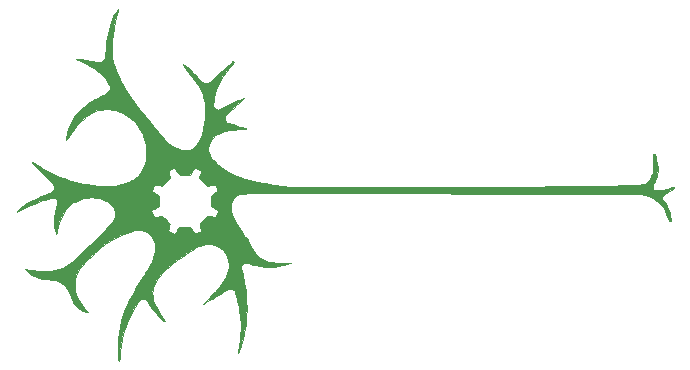
<source format=gbr>
G04 #@! TF.FileFunction,Soldermask,Top*
%FSLAX46Y46*%
G04 Gerber Fmt 4.6, Leading zero omitted, Abs format (unit mm)*
G04 Created by KiCad (PCBNEW 4.0.2-4+6225~38~ubuntu14.04.1-stable) date Wed 22 Jun 2016 06:39:26 PM CDT*
%MOMM*%
G01*
G04 APERTURE LIST*
%ADD10C,0.100000*%
%ADD11C,0.010000*%
G04 APERTURE END LIST*
D10*
D11*
G36*
X47236410Y-84210257D02*
X47233714Y-84237309D01*
X47218994Y-84305003D01*
X47194267Y-84405107D01*
X47161545Y-84529388D01*
X47131961Y-84637123D01*
X46975216Y-85241126D01*
X46852486Y-85810638D01*
X46763658Y-86348864D01*
X46708619Y-86859013D01*
X46687258Y-87344289D01*
X46699461Y-87807900D01*
X46745116Y-88253052D01*
X46824111Y-88682952D01*
X46936332Y-89100806D01*
X46971487Y-89209509D01*
X47046677Y-89411531D01*
X47147215Y-89647217D01*
X47269003Y-89908773D01*
X47407942Y-90188405D01*
X47559936Y-90478319D01*
X47720886Y-90770721D01*
X47886694Y-91057817D01*
X48053262Y-91331813D01*
X48216493Y-91584915D01*
X48234786Y-91612212D01*
X48342047Y-91767986D01*
X48471155Y-91949827D01*
X48612144Y-92144134D01*
X48755046Y-92337305D01*
X48889895Y-92515738D01*
X49006724Y-92665830D01*
X49007947Y-92667367D01*
X49289121Y-93018508D01*
X49554556Y-93345618D01*
X49799973Y-93643473D01*
X50021092Y-93906849D01*
X50079437Y-93975306D01*
X50200354Y-94117164D01*
X50331894Y-94272372D01*
X50461639Y-94426219D01*
X50577165Y-94563992D01*
X50628100Y-94625125D01*
X50923254Y-94966636D01*
X51203316Y-95261800D01*
X51470206Y-95512193D01*
X51725845Y-95719388D01*
X51972154Y-95884960D01*
X52211053Y-96010483D01*
X52412834Y-96087851D01*
X52589307Y-96128780D01*
X52785603Y-96149707D01*
X52983056Y-96150130D01*
X53163005Y-96129547D01*
X53244086Y-96110192D01*
X53468588Y-96018070D01*
X53678888Y-95882176D01*
X53867286Y-95709175D01*
X54026080Y-95505729D01*
X54108946Y-95361967D01*
X54187794Y-95197724D01*
X54253702Y-95041467D01*
X54309292Y-94883735D01*
X54357190Y-94715066D01*
X54400019Y-94526001D01*
X54440403Y-94307079D01*
X54480967Y-94048839D01*
X54489644Y-93989489D01*
X54520212Y-93771689D01*
X54543051Y-93589431D01*
X54559235Y-93428174D01*
X54569841Y-93273379D01*
X54575945Y-93110503D01*
X54578625Y-92925008D01*
X54579039Y-92781782D01*
X54576783Y-92521200D01*
X54569007Y-92301226D01*
X54554199Y-92111773D01*
X54530849Y-91942757D01*
X54497445Y-91784091D01*
X54452475Y-91625692D01*
X54394429Y-91457472D01*
X54371388Y-91396096D01*
X54297852Y-91211702D01*
X54223315Y-91044614D01*
X54142796Y-90886642D01*
X54051316Y-90729594D01*
X53943897Y-90565281D01*
X53815559Y-90385511D01*
X53661323Y-90182094D01*
X53536597Y-90022910D01*
X53351141Y-89787520D01*
X53195651Y-89587980D01*
X53067656Y-89420978D01*
X52964685Y-89283201D01*
X52884267Y-89171339D01*
X52823931Y-89082078D01*
X52781206Y-89012108D01*
X52777605Y-89005682D01*
X52705100Y-88874999D01*
X52781545Y-88914530D01*
X52897836Y-88986979D01*
X53040175Y-89096377D01*
X53204335Y-89238815D01*
X53386087Y-89410388D01*
X53581205Y-89607189D01*
X53785460Y-89825310D01*
X53876830Y-89926686D01*
X54039578Y-90104536D01*
X54178417Y-90244163D01*
X54298721Y-90348920D01*
X54405864Y-90422158D01*
X54505218Y-90467228D01*
X54602157Y-90487482D01*
X54702054Y-90486271D01*
X54760211Y-90477669D01*
X54820106Y-90464749D01*
X54873216Y-90447228D01*
X54925805Y-90420324D01*
X54984136Y-90379257D01*
X55054474Y-90319245D01*
X55143081Y-90235507D01*
X55256220Y-90123262D01*
X55354515Y-90024008D01*
X55441457Y-89937046D01*
X55531839Y-89849184D01*
X55629622Y-89756900D01*
X55738768Y-89656674D01*
X55863239Y-89544984D01*
X56006998Y-89418309D01*
X56174006Y-89273128D01*
X56368226Y-89105920D01*
X56593618Y-88913163D01*
X56851573Y-88693524D01*
X56906705Y-88649879D01*
X56940311Y-88637133D01*
X56967894Y-88651330D01*
X56978269Y-88661206D01*
X56993164Y-88675161D01*
X57002988Y-88687745D01*
X57004366Y-88703949D01*
X56993920Y-88728763D01*
X56968275Y-88767177D01*
X56924053Y-88824181D01*
X56857877Y-88904765D01*
X56766372Y-89013919D01*
X56646160Y-89156634D01*
X56630192Y-89175603D01*
X56323181Y-89557595D01*
X56060444Y-89922669D01*
X55839993Y-90275022D01*
X55659843Y-90618850D01*
X55518007Y-90958351D01*
X55412498Y-91297720D01*
X55341330Y-91641154D01*
X55303492Y-91978294D01*
X55293259Y-92158410D01*
X55291458Y-92296389D01*
X55299354Y-92400439D01*
X55318211Y-92478765D01*
X55349294Y-92539574D01*
X55393867Y-92591074D01*
X55398604Y-92595552D01*
X55483962Y-92665618D01*
X55565891Y-92708007D01*
X55652350Y-92722101D01*
X55751297Y-92707283D01*
X55870691Y-92662933D01*
X56018491Y-92588435D01*
X56103525Y-92540835D01*
X56230122Y-92469708D01*
X56354352Y-92402162D01*
X56463027Y-92345228D01*
X56542957Y-92305936D01*
X56551494Y-92302068D01*
X56625847Y-92268882D01*
X56733574Y-92220701D01*
X56861655Y-92163351D01*
X56997071Y-92102660D01*
X57032593Y-92086730D01*
X57200528Y-92012686D01*
X57363031Y-91943394D01*
X57513452Y-91881464D01*
X57645146Y-91829509D01*
X57751464Y-91790140D01*
X57825759Y-91765970D01*
X57861384Y-91759611D01*
X57863053Y-91760423D01*
X57848106Y-91781026D01*
X57796183Y-91834380D01*
X57708345Y-91919488D01*
X57585655Y-92035357D01*
X57429178Y-92180989D01*
X57239974Y-92355391D01*
X57019107Y-92557566D01*
X56767641Y-92786519D01*
X56756659Y-92796494D01*
X56602939Y-92937725D01*
X56483608Y-93051666D01*
X56394012Y-93143611D01*
X56329500Y-93218854D01*
X56285420Y-93282689D01*
X56257120Y-93340409D01*
X56244347Y-93379493D01*
X56233432Y-93510194D01*
X56267844Y-93633039D01*
X56342082Y-93738681D01*
X56450644Y-93817775D01*
X56518479Y-93845199D01*
X56574210Y-93862318D01*
X56670987Y-93891841D01*
X56801183Y-93931450D01*
X56957172Y-93978826D01*
X57131325Y-94031651D01*
X57316016Y-94087608D01*
X57327719Y-94091151D01*
X57544470Y-94157033D01*
X57716969Y-94210179D01*
X57849756Y-94252190D01*
X57947366Y-94284667D01*
X58014338Y-94309211D01*
X58055209Y-94327423D01*
X58074516Y-94340903D01*
X58076797Y-94351252D01*
X58074299Y-94354544D01*
X58046535Y-94359170D01*
X57975340Y-94365592D01*
X57868079Y-94373303D01*
X57732118Y-94381792D01*
X57574826Y-94390552D01*
X57490251Y-94394886D01*
X57304971Y-94405309D01*
X57118618Y-94417936D01*
X56943472Y-94431779D01*
X56791813Y-94445850D01*
X56675921Y-94459163D01*
X56656017Y-94461955D01*
X56297643Y-94531210D01*
X55980992Y-94627896D01*
X55704273Y-94753131D01*
X55465698Y-94908030D01*
X55263476Y-95093710D01*
X55095818Y-95311287D01*
X54988790Y-95501999D01*
X54920121Y-95654271D01*
X54876455Y-95781966D01*
X54853300Y-95901933D01*
X54846164Y-96031019D01*
X54846148Y-96037051D01*
X54858420Y-96209329D01*
X54898676Y-96372520D01*
X54971568Y-96541716D01*
X55039152Y-96662894D01*
X55195135Y-96886510D01*
X55395429Y-97113636D01*
X55634073Y-97340137D01*
X55905106Y-97561884D01*
X56202566Y-97774745D01*
X56520490Y-97974588D01*
X56852917Y-98157282D01*
X57193886Y-98318694D01*
X57537434Y-98454695D01*
X57706367Y-98511265D01*
X58309616Y-98684434D01*
X58958749Y-98839987D01*
X59651815Y-98977564D01*
X60386864Y-99096802D01*
X61161946Y-99197340D01*
X61723584Y-99256047D01*
X61818227Y-99262349D01*
X61963647Y-99268140D01*
X62159770Y-99273418D01*
X62406524Y-99278184D01*
X62703838Y-99282438D01*
X63051639Y-99286179D01*
X63449854Y-99289407D01*
X63898412Y-99292123D01*
X64397239Y-99294326D01*
X64946265Y-99296016D01*
X65545415Y-99297192D01*
X66194620Y-99297856D01*
X66893805Y-99298006D01*
X67642898Y-99297642D01*
X68441829Y-99296764D01*
X69290523Y-99295373D01*
X70188909Y-99293468D01*
X71136915Y-99291049D01*
X72134468Y-99288115D01*
X73181496Y-99284667D01*
X74277926Y-99280704D01*
X74525286Y-99279765D01*
X75652742Y-99275325D01*
X76730541Y-99270820D01*
X77759876Y-99266239D01*
X78741941Y-99261571D01*
X79677929Y-99256803D01*
X80569034Y-99251924D01*
X81416449Y-99246923D01*
X82221368Y-99241788D01*
X82984985Y-99236508D01*
X83708492Y-99231070D01*
X84393083Y-99225463D01*
X85039953Y-99219676D01*
X85650293Y-99213697D01*
X86225299Y-99207514D01*
X86766163Y-99201116D01*
X87274079Y-99194492D01*
X87750241Y-99187628D01*
X88195841Y-99180515D01*
X88612074Y-99173140D01*
X89000133Y-99165491D01*
X89361212Y-99157558D01*
X89696504Y-99149329D01*
X90007202Y-99140791D01*
X90294500Y-99131933D01*
X90517878Y-99124264D01*
X90811572Y-99112917D01*
X91059617Y-99101140D01*
X91267213Y-99087880D01*
X91439559Y-99072087D01*
X91581853Y-99052707D01*
X91699293Y-99028690D01*
X91797080Y-98998983D01*
X91880411Y-98962534D01*
X91954485Y-98918292D01*
X92024502Y-98865204D01*
X92091803Y-98805797D01*
X92246573Y-98628663D01*
X92370512Y-98412127D01*
X92464046Y-98155406D01*
X92480827Y-98092498D01*
X92500938Y-98006328D01*
X92515681Y-97924841D01*
X92525831Y-97837791D01*
X92532164Y-97734932D01*
X92535456Y-97606018D01*
X92536482Y-97440804D01*
X92536425Y-97358358D01*
X92534652Y-97190260D01*
X92530316Y-97028261D01*
X92523911Y-96883516D01*
X92515932Y-96767181D01*
X92506873Y-96690412D01*
X92506767Y-96689812D01*
X92490449Y-96578347D01*
X92491488Y-96507894D01*
X92512569Y-96470776D01*
X92556379Y-96459318D01*
X92586940Y-96460743D01*
X92622623Y-96467232D01*
X92651397Y-96483287D01*
X92675896Y-96515475D01*
X92698751Y-96570359D01*
X92722594Y-96654505D01*
X92750059Y-96774478D01*
X92783777Y-96936844D01*
X92789841Y-96966763D01*
X92854615Y-97335711D01*
X92891530Y-97664193D01*
X92900570Y-97951704D01*
X92881721Y-98197741D01*
X92834967Y-98401801D01*
X92832624Y-98408767D01*
X92799094Y-98492461D01*
X92747760Y-98603455D01*
X92686532Y-98725178D01*
X92642182Y-98807607D01*
X92583434Y-98918247D01*
X92533568Y-99021138D01*
X92498562Y-99103396D01*
X92485229Y-99145915D01*
X92477989Y-99256971D01*
X92494819Y-99360605D01*
X92532095Y-99439715D01*
X92551933Y-99460674D01*
X92633959Y-99503269D01*
X92755489Y-99533750D01*
X92906279Y-99550524D01*
X93076082Y-99551999D01*
X93123984Y-99549560D01*
X93286184Y-99534416D01*
X93436421Y-99508514D01*
X93590423Y-99468004D01*
X93763920Y-99409034D01*
X93881919Y-99363976D01*
X93991221Y-99323679D01*
X94091031Y-99291589D01*
X94166587Y-99272244D01*
X94191852Y-99268706D01*
X94246211Y-99272704D01*
X94266222Y-99299328D01*
X94268128Y-99326445D01*
X94260805Y-99358224D01*
X94234116Y-99392133D01*
X94180985Y-99434122D01*
X94094334Y-99490141D01*
X94020379Y-99534702D01*
X93809978Y-99666359D01*
X93629318Y-99793184D01*
X93481234Y-99912467D01*
X93368564Y-100021499D01*
X93294142Y-100117572D01*
X93260805Y-100197977D01*
X93267726Y-100253658D01*
X93305036Y-100311569D01*
X93353148Y-100371271D01*
X93419177Y-100453699D01*
X93498332Y-100567014D01*
X93581234Y-100696504D01*
X93658503Y-100827457D01*
X93720758Y-100945162D01*
X93725996Y-100956056D01*
X93851797Y-101264137D01*
X93947868Y-101590225D01*
X93989145Y-101791863D01*
X94011665Y-101936563D01*
X94022293Y-102038699D01*
X94020080Y-102105368D01*
X94004077Y-102143666D01*
X93973334Y-102160689D01*
X93939390Y-102163764D01*
X93906123Y-102161427D01*
X93880443Y-102148850D01*
X93857135Y-102117686D01*
X93830986Y-102059585D01*
X93796781Y-101966201D01*
X93772654Y-101896797D01*
X93640160Y-101553450D01*
X93494022Y-101252742D01*
X93330733Y-100987480D01*
X93325373Y-100979766D01*
X93175432Y-100781889D01*
X93023252Y-100619429D01*
X92854560Y-100478398D01*
X92717178Y-100383758D01*
X92497944Y-100248280D01*
X92302027Y-100141046D01*
X92115105Y-100056105D01*
X91922859Y-99987504D01*
X91710968Y-99929293D01*
X91522183Y-99887136D01*
X91495152Y-99881615D01*
X91468050Y-99876494D01*
X91438962Y-99871760D01*
X91405974Y-99867397D01*
X91367170Y-99863391D01*
X91320636Y-99859727D01*
X91264455Y-99856392D01*
X91196714Y-99853370D01*
X91115497Y-99850648D01*
X91018890Y-99848210D01*
X90904977Y-99846043D01*
X90771843Y-99844131D01*
X90617574Y-99842460D01*
X90440254Y-99841017D01*
X90237968Y-99839786D01*
X90008802Y-99838752D01*
X89750841Y-99837902D01*
X89462169Y-99837222D01*
X89140872Y-99836695D01*
X88785034Y-99836309D01*
X88392740Y-99836048D01*
X87962077Y-99835898D01*
X87491127Y-99835845D01*
X86977978Y-99835874D01*
X86420713Y-99835971D01*
X85817418Y-99836120D01*
X85166177Y-99836309D01*
X84809870Y-99836417D01*
X84243846Y-99836495D01*
X83631153Y-99836405D01*
X82975974Y-99836152D01*
X82282489Y-99835742D01*
X81554881Y-99835183D01*
X80797333Y-99834480D01*
X80014025Y-99833639D01*
X79209140Y-99832667D01*
X78386859Y-99831570D01*
X77551364Y-99830354D01*
X76706838Y-99829026D01*
X75857462Y-99827592D01*
X75007419Y-99826057D01*
X74160889Y-99824429D01*
X73322055Y-99822713D01*
X72495098Y-99820916D01*
X71684201Y-99819044D01*
X70893546Y-99817103D01*
X70127314Y-99815100D01*
X69618179Y-99813693D01*
X68936490Y-99811839D01*
X68259246Y-99810138D01*
X67588754Y-99808592D01*
X66927325Y-99807202D01*
X66277268Y-99805970D01*
X65640892Y-99804896D01*
X65020507Y-99803982D01*
X64418422Y-99803228D01*
X63836946Y-99802636D01*
X63278390Y-99802207D01*
X62745062Y-99801941D01*
X62239272Y-99801841D01*
X61763330Y-99801907D01*
X61319544Y-99802141D01*
X60910225Y-99802543D01*
X60537681Y-99803114D01*
X60204222Y-99803856D01*
X59912158Y-99804770D01*
X59663798Y-99805857D01*
X59461452Y-99807118D01*
X59307428Y-99808554D01*
X59295456Y-99808698D01*
X58971846Y-99812741D01*
X58694959Y-99816356D01*
X58460672Y-99819730D01*
X58264861Y-99823047D01*
X58103401Y-99826493D01*
X57972170Y-99830252D01*
X57867043Y-99834509D01*
X57783897Y-99839450D01*
X57718608Y-99845259D01*
X57667051Y-99852122D01*
X57625104Y-99860224D01*
X57588642Y-99869749D01*
X57553542Y-99880883D01*
X57533278Y-99887775D01*
X57317709Y-99986066D01*
X57128081Y-100121540D01*
X56971078Y-100288023D01*
X56853383Y-100479339D01*
X56826795Y-100540511D01*
X56791441Y-100670239D01*
X56770852Y-100832877D01*
X56765274Y-101012601D01*
X56774955Y-101193586D01*
X56800141Y-101360008D01*
X56813162Y-101413714D01*
X56868530Y-101591867D01*
X56939957Y-101776976D01*
X57029762Y-101973107D01*
X57140262Y-102184323D01*
X57273774Y-102414689D01*
X57432617Y-102668270D01*
X57619107Y-102949131D01*
X57835563Y-103261337D01*
X57991348Y-103480112D01*
X58096096Y-103631945D01*
X58208418Y-103804774D01*
X58316544Y-103979891D01*
X58408704Y-104138586D01*
X58429822Y-104177117D01*
X58598135Y-104476103D01*
X58757744Y-104730119D01*
X58912777Y-104943397D01*
X59067362Y-105120173D01*
X59225626Y-105264680D01*
X59391697Y-105381154D01*
X59569701Y-105473827D01*
X59763768Y-105546936D01*
X59765720Y-105547556D01*
X59900301Y-105586844D01*
X60035045Y-105618286D01*
X60177626Y-105642644D01*
X60335718Y-105660679D01*
X60516997Y-105673154D01*
X60729137Y-105680831D01*
X60979812Y-105684471D01*
X61150241Y-105685035D01*
X61365346Y-105685917D01*
X61542632Y-105688395D01*
X61679281Y-105692368D01*
X61772473Y-105697736D01*
X61819390Y-105704398D01*
X61824014Y-105709122D01*
X61790888Y-105723914D01*
X61716750Y-105747522D01*
X61610236Y-105777760D01*
X61479981Y-105812440D01*
X61334620Y-105849377D01*
X61182789Y-105886384D01*
X61033123Y-105921275D01*
X60894256Y-105951862D01*
X60774825Y-105975961D01*
X60757418Y-105979192D01*
X60647871Y-105995105D01*
X60503714Y-106010171D01*
X60341186Y-106022983D01*
X60176525Y-106032137D01*
X60121645Y-106034209D01*
X59920634Y-106037553D01*
X59733317Y-106032984D01*
X59551074Y-106019099D01*
X59365282Y-105994495D01*
X59167320Y-105957769D01*
X58948565Y-105907519D01*
X58700397Y-105842342D01*
X58414194Y-105760834D01*
X58380166Y-105750854D01*
X58214662Y-105705418D01*
X58087023Y-105679487D01*
X57988072Y-105673261D01*
X57908629Y-105686942D01*
X57839516Y-105720730D01*
X57783720Y-105763926D01*
X57730236Y-105814130D01*
X57690518Y-105863064D01*
X57664437Y-105917337D01*
X57651862Y-105983556D01*
X57652663Y-106068331D01*
X57666710Y-106178269D01*
X57693872Y-106319979D01*
X57734020Y-106500069D01*
X57766498Y-106638638D01*
X57919062Y-107375865D01*
X58027249Y-108108344D01*
X58090976Y-108832897D01*
X58110161Y-109546346D01*
X58084722Y-110245513D01*
X58014576Y-110927219D01*
X57899641Y-111588287D01*
X57895170Y-111609309D01*
X57855684Y-111784483D01*
X57809487Y-111973809D01*
X57758403Y-112171192D01*
X57704256Y-112370533D01*
X57648868Y-112565737D01*
X57594062Y-112750706D01*
X57541664Y-112919343D01*
X57493495Y-113065552D01*
X57451379Y-113183235D01*
X57417140Y-113266296D01*
X57392602Y-113308638D01*
X57385698Y-113312813D01*
X57372132Y-113292060D01*
X57374679Y-113255605D01*
X57405165Y-113098209D01*
X57437266Y-112900198D01*
X57469751Y-112671730D01*
X57501391Y-112422960D01*
X57530959Y-112164047D01*
X57557225Y-111905146D01*
X57578960Y-111656415D01*
X57594100Y-111441979D01*
X57606868Y-110855296D01*
X57573544Y-110267169D01*
X57493611Y-109670704D01*
X57439601Y-109384584D01*
X57407684Y-109237085D01*
X57369235Y-109071512D01*
X57326387Y-108895902D01*
X57281277Y-108718292D01*
X57236041Y-108546717D01*
X57192814Y-108389214D01*
X57153732Y-108253821D01*
X57120930Y-108148572D01*
X57096544Y-108081506D01*
X57089410Y-108066800D01*
X57001361Y-107961620D01*
X56884546Y-107898242D01*
X56786589Y-107878592D01*
X56704245Y-107876745D01*
X56630481Y-107892497D01*
X56542786Y-107931303D01*
X56519889Y-107943211D01*
X56429560Y-107987016D01*
X56344298Y-108021894D01*
X56295522Y-108036978D01*
X56234165Y-108063191D01*
X56155526Y-108113578D01*
X56088946Y-108166745D01*
X55992435Y-108242546D01*
X55880210Y-108316760D01*
X55812689Y-108354594D01*
X55747377Y-108389952D01*
X55642856Y-108449637D01*
X55503176Y-108531242D01*
X55332384Y-108632359D01*
X55134530Y-108750581D01*
X54913662Y-108883501D01*
X54673827Y-109028712D01*
X54454970Y-109161903D01*
X54435021Y-109170126D01*
X54441171Y-109154016D01*
X54475031Y-109111807D01*
X54538210Y-109041732D01*
X54632320Y-108942024D01*
X54758971Y-108810917D01*
X54919774Y-108646644D01*
X54986301Y-108579079D01*
X55128958Y-108433702D01*
X55266771Y-108292005D01*
X55393731Y-108160259D01*
X55503832Y-108044737D01*
X55591066Y-107951708D01*
X55649428Y-107887445D01*
X55655782Y-107880139D01*
X55844586Y-107645708D01*
X56021754Y-107396451D01*
X56182111Y-107141335D01*
X56320480Y-106889321D01*
X56431683Y-106649377D01*
X56510545Y-106430464D01*
X56526665Y-106372041D01*
X56576577Y-106076696D01*
X56579655Y-105776572D01*
X56536720Y-105480779D01*
X56448595Y-105198425D01*
X56413475Y-105117714D01*
X56266600Y-104857218D01*
X56085621Y-104634146D01*
X55868700Y-104446620D01*
X55614005Y-104292765D01*
X55599773Y-104285690D01*
X55380300Y-104193127D01*
X55164915Y-104136914D01*
X54936399Y-104113614D01*
X54747954Y-104115575D01*
X54601521Y-104127037D01*
X54461919Y-104148448D01*
X54323561Y-104182337D01*
X54180859Y-104231234D01*
X54028226Y-104297668D01*
X53860074Y-104384167D01*
X53670817Y-104493262D01*
X53454866Y-104627481D01*
X53206635Y-104789353D01*
X53094965Y-104863809D01*
X52646803Y-105169940D01*
X52244750Y-105456879D01*
X51888069Y-105725213D01*
X51576021Y-105975527D01*
X51307867Y-106208405D01*
X51082870Y-106424432D01*
X50959384Y-106556125D01*
X50753432Y-106794166D01*
X50584076Y-107007286D01*
X50447555Y-107201501D01*
X50340110Y-107382828D01*
X50257980Y-107557282D01*
X50197402Y-107730881D01*
X50176690Y-107808208D01*
X50139972Y-108031809D01*
X50130088Y-108279846D01*
X50146583Y-108533847D01*
X50189000Y-108775341D01*
X50201838Y-108825225D01*
X50288329Y-109083621D01*
X50413040Y-109369735D01*
X50574112Y-109679982D01*
X50769688Y-110010781D01*
X50992560Y-110350751D01*
X51075016Y-110471152D01*
X51131384Y-110554747D01*
X51164243Y-110606731D01*
X51176177Y-110632294D01*
X51169766Y-110636629D01*
X51147593Y-110624930D01*
X51120198Y-110607489D01*
X50971944Y-110501053D01*
X50807440Y-110364194D01*
X50639086Y-110208498D01*
X50479282Y-110045552D01*
X50340429Y-109886943D01*
X50314844Y-109854955D01*
X50272281Y-109797516D01*
X50207901Y-109706566D01*
X50127890Y-109591036D01*
X50038433Y-109459861D01*
X49945719Y-109321973D01*
X49945083Y-109321021D01*
X49835405Y-109157916D01*
X49748240Y-109032250D01*
X49678746Y-108938591D01*
X49622084Y-108871511D01*
X49573412Y-108825580D01*
X49527890Y-108795369D01*
X49480676Y-108775446D01*
X49450712Y-108766494D01*
X49310555Y-108752649D01*
X49179381Y-108788149D01*
X49060023Y-108871862D01*
X48991145Y-108950215D01*
X48931746Y-109028882D01*
X48857972Y-109125382D01*
X48792957Y-109209579D01*
X48632621Y-109437144D01*
X48470405Y-109707164D01*
X48309864Y-110011535D01*
X48154552Y-110342153D01*
X48008025Y-110690912D01*
X47873838Y-111049710D01*
X47755545Y-111410440D01*
X47656702Y-111765000D01*
X47637174Y-111844485D01*
X47593768Y-112043630D01*
X47548764Y-112281600D01*
X47503890Y-112546478D01*
X47460875Y-112826344D01*
X47421447Y-113109283D01*
X47387334Y-113383377D01*
X47360265Y-113636708D01*
X47341967Y-113857358D01*
X47339462Y-113897378D01*
X47328390Y-113976436D01*
X47304880Y-114014066D01*
X47290937Y-114019505D01*
X47273216Y-114016916D01*
X47259973Y-113996334D01*
X47249738Y-113950169D01*
X47241039Y-113870828D01*
X47232405Y-113750717D01*
X47229384Y-113701907D01*
X47223553Y-113576962D01*
X47218543Y-113414332D01*
X47214616Y-113227181D01*
X47212031Y-113028672D01*
X47211050Y-112831968D01*
X47211099Y-112778879D01*
X47227221Y-112195298D01*
X47274115Y-111645240D01*
X47353852Y-111120253D01*
X47468502Y-110611884D01*
X47620136Y-110111678D01*
X47810825Y-109611184D01*
X48042638Y-109101948D01*
X48176429Y-108837938D01*
X48311208Y-108584436D01*
X48458520Y-108314788D01*
X48613684Y-108037074D01*
X48772021Y-107759370D01*
X48928851Y-107489755D01*
X49079493Y-107236306D01*
X49219268Y-107007102D01*
X49343495Y-106810221D01*
X49409465Y-106709707D01*
X49464765Y-106625171D01*
X49507106Y-106556776D01*
X49529913Y-106515303D01*
X49532092Y-106508703D01*
X49546023Y-106478636D01*
X49580551Y-106426485D01*
X49591033Y-106412210D01*
X49656195Y-106317247D01*
X49737011Y-106187072D01*
X49827303Y-106032398D01*
X49920892Y-105863937D01*
X50011601Y-105692404D01*
X50051552Y-105613630D01*
X50195489Y-105297690D01*
X50298388Y-105006364D01*
X50360909Y-104735164D01*
X50383714Y-104479603D01*
X50367467Y-104235193D01*
X50312827Y-103997447D01*
X50296990Y-103949256D01*
X50181978Y-103684342D01*
X50033506Y-103454951D01*
X49854407Y-103263194D01*
X49647513Y-103111186D01*
X49415660Y-103001037D01*
X49161679Y-102934861D01*
X48909170Y-102914631D01*
X48760682Y-102922390D01*
X48598731Y-102946669D01*
X48417150Y-102989131D01*
X48209773Y-103051440D01*
X47970436Y-103135259D01*
X47692972Y-103242250D01*
X47689559Y-103243613D01*
X47316256Y-103409522D01*
X46927500Y-103613787D01*
X46532636Y-103850368D01*
X46141006Y-104113225D01*
X45761956Y-104396320D01*
X45404829Y-104693612D01*
X45298759Y-104788876D01*
X44975612Y-105093057D01*
X44683165Y-105385501D01*
X44423816Y-105663493D01*
X44199964Y-105924318D01*
X44014008Y-106165262D01*
X43868344Y-106383609D01*
X43826944Y-106454876D01*
X43679923Y-106768203D01*
X43583138Y-107087957D01*
X43536481Y-107413400D01*
X43539844Y-107743793D01*
X43593120Y-108078397D01*
X43696201Y-108416475D01*
X43848980Y-108757287D01*
X44051349Y-109100096D01*
X44253468Y-109381201D01*
X44337674Y-109487965D01*
X44427233Y-109598922D01*
X44506791Y-109695122D01*
X44529771Y-109722194D01*
X44586987Y-109791719D01*
X44626494Y-109845208D01*
X44640781Y-109872381D01*
X44640350Y-109873491D01*
X44609305Y-109873146D01*
X44542283Y-109855403D01*
X44449476Y-109824175D01*
X44341076Y-109783374D01*
X44227275Y-109736914D01*
X44118266Y-109688706D01*
X44024241Y-109642663D01*
X43989350Y-109623587D01*
X43830820Y-109518024D01*
X43681577Y-109391499D01*
X43553615Y-109255662D01*
X43458931Y-109122166D01*
X43443092Y-109092960D01*
X43413046Y-109027862D01*
X43369465Y-108925766D01*
X43316713Y-108797269D01*
X43259154Y-108652971D01*
X43212132Y-108532116D01*
X43127018Y-108316895D01*
X43051829Y-108142060D01*
X42982063Y-107999236D01*
X42913220Y-107880047D01*
X42840797Y-107776119D01*
X42760295Y-107679077D01*
X42743897Y-107660926D01*
X42572252Y-107499595D01*
X42376958Y-107367513D01*
X42153431Y-107262925D01*
X41897093Y-107184081D01*
X41603362Y-107129227D01*
X41268829Y-107096684D01*
X41050188Y-107081174D01*
X40872494Y-107063452D01*
X40725847Y-107041745D01*
X40600344Y-107014283D01*
X40486086Y-106979293D01*
X40378939Y-106937469D01*
X40079277Y-106791258D01*
X39802610Y-106615220D01*
X39534786Y-106400114D01*
X39480011Y-106350650D01*
X39407601Y-106282962D01*
X39369645Y-106243000D01*
X39362483Y-106224830D01*
X39382455Y-106222516D01*
X39402944Y-106225719D01*
X39666569Y-106273321D01*
X39887853Y-106311970D01*
X40074320Y-106342687D01*
X40233494Y-106366490D01*
X40372898Y-106384399D01*
X40500055Y-106397435D01*
X40622488Y-106406616D01*
X40747722Y-106412963D01*
X40798459Y-106414874D01*
X41197304Y-106415431D01*
X41561758Y-106386727D01*
X41900295Y-106326855D01*
X42221388Y-106233908D01*
X42533514Y-106105981D01*
X42807599Y-105962895D01*
X42917678Y-105895916D01*
X43036715Y-105815362D01*
X43166629Y-105719455D01*
X43309338Y-105606416D01*
X43466759Y-105474465D01*
X43640810Y-105321825D01*
X43833409Y-105146716D01*
X44046474Y-104947359D01*
X44281922Y-104721975D01*
X44541672Y-104468786D01*
X44827641Y-104186013D01*
X45141746Y-103871876D01*
X45485907Y-103524598D01*
X45862040Y-103142398D01*
X45999061Y-103002637D01*
X46176601Y-102821012D01*
X46322401Y-102670533D01*
X46440549Y-102546263D01*
X46535134Y-102443264D01*
X46610245Y-102356598D01*
X46669972Y-102281329D01*
X46718403Y-102212519D01*
X46759628Y-102145229D01*
X46797736Y-102074524D01*
X46836815Y-101995466D01*
X46841853Y-101984998D01*
X46892352Y-101877389D01*
X46924292Y-101797162D01*
X46941863Y-101726223D01*
X46949258Y-101646476D01*
X46950666Y-101539826D01*
X46950604Y-101515415D01*
X46942152Y-101333351D01*
X46932862Y-101283886D01*
X50044294Y-101283886D01*
X50159647Y-101558559D01*
X50205428Y-101666804D01*
X50243925Y-101756387D01*
X50270995Y-101817762D01*
X50282390Y-101841289D01*
X50308547Y-101839104D01*
X50373877Y-101827040D01*
X50468116Y-101807134D01*
X50565641Y-101785023D01*
X50681083Y-101758301D01*
X50780763Y-101735586D01*
X50852692Y-101719590D01*
X50882460Y-101713404D01*
X50914443Y-101727989D01*
X50974086Y-101772781D01*
X51054258Y-101840902D01*
X51147825Y-101925476D01*
X51247656Y-102019626D01*
X51346616Y-102116475D01*
X51437574Y-102209145D01*
X51513396Y-102290760D01*
X51566950Y-102354443D01*
X51591103Y-102393316D01*
X51591779Y-102397290D01*
X51586326Y-102439601D01*
X51571350Y-102519459D01*
X51549218Y-102624968D01*
X51525400Y-102730901D01*
X51500107Y-102844821D01*
X51481197Y-102939380D01*
X51470569Y-103004373D01*
X51469855Y-103029420D01*
X51496368Y-103043177D01*
X51559934Y-103072120D01*
X51650682Y-103111847D01*
X51745994Y-103152573D01*
X51846454Y-103196361D01*
X51920055Y-103226444D01*
X51974961Y-103238839D01*
X52019336Y-103229558D01*
X52061347Y-103194616D01*
X52109157Y-103130029D01*
X52170932Y-103031809D01*
X52247447Y-102907789D01*
X52417878Y-102634797D01*
X52865339Y-102634466D01*
X53312800Y-102634134D01*
X53705906Y-103268762D01*
X53786517Y-103234561D01*
X53848405Y-103208347D01*
X53939563Y-103169788D01*
X54042415Y-103126317D01*
X54064175Y-103117125D01*
X54154016Y-103076583D01*
X54222389Y-103040795D01*
X54258331Y-103015692D01*
X54261222Y-103010476D01*
X54255904Y-102977569D01*
X54241473Y-102906066D01*
X54220213Y-102806928D01*
X54197658Y-102705480D01*
X54172116Y-102588822D01*
X54151474Y-102487868D01*
X54138064Y-102414469D01*
X54134094Y-102382529D01*
X54151813Y-102352516D01*
X54201037Y-102294372D01*
X54275865Y-102214417D01*
X54370400Y-102118969D01*
X54470981Y-102021694D01*
X54807868Y-101702228D01*
X55125219Y-101772436D01*
X55244447Y-101798425D01*
X55343650Y-101819312D01*
X55413442Y-101833176D01*
X55444437Y-101838094D01*
X55445162Y-101837938D01*
X55464261Y-101796892D01*
X55494967Y-101724265D01*
X55532543Y-101632040D01*
X55572253Y-101532202D01*
X55609358Y-101436734D01*
X55639122Y-101357619D01*
X55656808Y-101306842D01*
X55659671Y-101295284D01*
X55639082Y-101272051D01*
X55582591Y-101228491D01*
X55498055Y-101170185D01*
X55393329Y-101102710D01*
X55355328Y-101079168D01*
X55051036Y-100892492D01*
X55049754Y-100002602D01*
X55355142Y-99814303D01*
X55478773Y-99736764D01*
X55563938Y-99679563D01*
X55616425Y-99637988D01*
X55642022Y-99607327D01*
X55646516Y-99582871D01*
X55645323Y-99578093D01*
X55629262Y-99534803D01*
X55598484Y-99457498D01*
X55558134Y-99358977D01*
X55531899Y-99296022D01*
X55493895Y-99203109D01*
X55464194Y-99137763D01*
X55433790Y-99097089D01*
X55393675Y-99078194D01*
X55334844Y-99078184D01*
X55248291Y-99094166D01*
X55125007Y-99123246D01*
X55049713Y-99141107D01*
X54783049Y-99203497D01*
X54105133Y-98520863D01*
X54172275Y-98232003D01*
X54199567Y-98115407D01*
X54223189Y-98016014D01*
X54240486Y-97944894D01*
X54248541Y-97913916D01*
X54230309Y-97893725D01*
X54175200Y-97861112D01*
X54094216Y-97820777D01*
X53998363Y-97777419D01*
X53898644Y-97735737D01*
X53806063Y-97700431D01*
X53731624Y-97676199D01*
X53686332Y-97667742D01*
X53678338Y-97670408D01*
X53659998Y-97698523D01*
X53619825Y-97761110D01*
X53563231Y-97849709D01*
X53495629Y-97955857D01*
X53474636Y-97988875D01*
X53285547Y-98286386D01*
X52864425Y-98285915D01*
X52443304Y-98285444D01*
X52244734Y-97969068D01*
X52046165Y-97652693D01*
X51914204Y-97704654D01*
X51739898Y-97774498D01*
X51612794Y-97828164D01*
X51533208Y-97865514D01*
X51504467Y-97883103D01*
X51500033Y-97916198D01*
X51508365Y-97991234D01*
X51528437Y-98101209D01*
X51552334Y-98209960D01*
X51623722Y-98516180D01*
X51374792Y-98776308D01*
X51276934Y-98878567D01*
X51184524Y-98975130D01*
X51106808Y-99056337D01*
X51053034Y-99112522D01*
X51045564Y-99120327D01*
X50965266Y-99204217D01*
X50661842Y-99137599D01*
X50541848Y-99111455D01*
X50438620Y-99089341D01*
X50363069Y-99073568D01*
X50326107Y-99066448D01*
X50325922Y-99066421D01*
X50307132Y-99086621D01*
X50273838Y-99142579D01*
X50231346Y-99223216D01*
X50184959Y-99317456D01*
X50139981Y-99414221D01*
X50101715Y-99502433D01*
X50075467Y-99571015D01*
X50066501Y-99608229D01*
X50087054Y-99625598D01*
X50143187Y-99664424D01*
X50227147Y-99719553D01*
X50331184Y-99785829D01*
X50371606Y-99811143D01*
X50676237Y-100001064D01*
X50675515Y-100446778D01*
X50674794Y-100892492D01*
X50529319Y-100979994D01*
X50430830Y-101040096D01*
X50315476Y-101111732D01*
X50214069Y-101175691D01*
X50044294Y-101283886D01*
X46932862Y-101283886D01*
X46914150Y-101184255D01*
X46860594Y-101054021D01*
X46775475Y-100928540D01*
X46652789Y-100793707D01*
X46636320Y-100777281D01*
X46515622Y-100665447D01*
X46398868Y-100576677D01*
X46264819Y-100495698D01*
X46188649Y-100455395D01*
X45992982Y-100360332D01*
X45820532Y-100290044D01*
X45653717Y-100238957D01*
X45474953Y-100201492D01*
X45313469Y-100177829D01*
X44943909Y-100154633D01*
X44576565Y-100177738D01*
X44218056Y-100245710D01*
X43874997Y-100357115D01*
X43554008Y-100510519D01*
X43428624Y-100586314D01*
X43257539Y-100712900D01*
X43079470Y-100873008D01*
X42907459Y-101053416D01*
X42754551Y-101240906D01*
X42684446Y-101340545D01*
X42577291Y-101522245D01*
X42467761Y-101743782D01*
X42360344Y-101994603D01*
X42259526Y-102264160D01*
X42169794Y-102541902D01*
X42161355Y-102570570D01*
X42119629Y-102712971D01*
X42078442Y-102852294D01*
X42042022Y-102974325D01*
X42014595Y-103064846D01*
X42010200Y-103079079D01*
X41962835Y-103231631D01*
X41934611Y-103129930D01*
X41888017Y-102951330D01*
X41855037Y-102794601D01*
X41832776Y-102640598D01*
X41818332Y-102470178D01*
X41810500Y-102310193D01*
X41805582Y-102095290D01*
X41809940Y-101904361D01*
X41825347Y-101724275D01*
X41853573Y-101541900D01*
X41896390Y-101344106D01*
X41955570Y-101117760D01*
X41985833Y-101010668D01*
X42036328Y-100830397D01*
X42071202Y-100690730D01*
X42090596Y-100583928D01*
X42094649Y-100502248D01*
X42083503Y-100437949D01*
X42057296Y-100383289D01*
X42016170Y-100330526D01*
X41998499Y-100311311D01*
X41916936Y-100240276D01*
X41829050Y-100199824D01*
X41723947Y-100187996D01*
X41590734Y-100202831D01*
X41500952Y-100221783D01*
X41285580Y-100275804D01*
X41070066Y-100337369D01*
X40848080Y-100408840D01*
X40613291Y-100492581D01*
X40359368Y-100590954D01*
X40079983Y-100706323D01*
X39768803Y-100841050D01*
X39419500Y-100997500D01*
X39403336Y-101004838D01*
X39222607Y-101087051D01*
X39056233Y-101162977D01*
X38910013Y-101229950D01*
X38789745Y-101285306D01*
X38701228Y-101326378D01*
X38650261Y-101350503D01*
X38640574Y-101355434D01*
X38620268Y-101363176D01*
X38633871Y-101342996D01*
X38676390Y-101299724D01*
X38742833Y-101238189D01*
X38828209Y-101163220D01*
X38914554Y-101090371D01*
X39205293Y-100865401D01*
X39520266Y-100653354D01*
X39865033Y-100451135D01*
X40245154Y-100255651D01*
X40666188Y-100063807D01*
X41027288Y-99914420D01*
X41172296Y-99857082D01*
X41307140Y-99804451D01*
X41422217Y-99760223D01*
X41507923Y-99728093D01*
X41550671Y-99713003D01*
X41666239Y-99650663D01*
X41757031Y-99552733D01*
X41813695Y-99432078D01*
X41828189Y-99331172D01*
X41827619Y-99299157D01*
X41824355Y-99268516D01*
X41816058Y-99236597D01*
X41800393Y-99200753D01*
X41775024Y-99158331D01*
X41737614Y-99106682D01*
X41685828Y-99043156D01*
X41617329Y-98965102D01*
X41529781Y-98869871D01*
X41420848Y-98754811D01*
X41288193Y-98617274D01*
X41129481Y-98454608D01*
X40942375Y-98264163D01*
X40724539Y-98043290D01*
X40473637Y-97789338D01*
X40431166Y-97746366D01*
X40251127Y-97563045D01*
X40107571Y-97413781D01*
X40000209Y-97297506D01*
X39928754Y-97213152D01*
X39892919Y-97159649D01*
X39892416Y-97135929D01*
X39926957Y-97140925D01*
X39996256Y-97173567D01*
X40100024Y-97232787D01*
X40237974Y-97317516D01*
X40331727Y-97376776D01*
X40542920Y-97510171D01*
X40724008Y-97621791D01*
X40886971Y-97718407D01*
X41043789Y-97806788D01*
X41206439Y-97893704D01*
X41386903Y-97985925D01*
X41573934Y-98078802D01*
X41909975Y-98237083D01*
X42258518Y-98388128D01*
X42608754Y-98527824D01*
X42949879Y-98652060D01*
X43271083Y-98756727D01*
X43561561Y-98837712D01*
X43582543Y-98842896D01*
X43903284Y-98916260D01*
X44249952Y-98986593D01*
X44604855Y-99050734D01*
X44950302Y-99105522D01*
X45268602Y-99147796D01*
X45324185Y-99154112D01*
X45431329Y-99163034D01*
X45577883Y-99171106D01*
X45752409Y-99177920D01*
X45943466Y-99183067D01*
X46139617Y-99186139D01*
X46239500Y-99186780D01*
X46447267Y-99186877D01*
X46613503Y-99185449D01*
X46747519Y-99181949D01*
X46858624Y-99175833D01*
X46956129Y-99166555D01*
X47049344Y-99153570D01*
X47147580Y-99136334D01*
X47168371Y-99132381D01*
X47522222Y-99053143D01*
X47846092Y-98957592D01*
X48134393Y-98847750D01*
X48381534Y-98725638D01*
X48505464Y-98648869D01*
X48652458Y-98538537D01*
X48805040Y-98405887D01*
X48950488Y-98263304D01*
X49076080Y-98123176D01*
X49160392Y-98011248D01*
X49245503Y-97868690D01*
X49333453Y-97696785D01*
X49415341Y-97514872D01*
X49482262Y-97342293D01*
X49513613Y-97243944D01*
X49564003Y-97034214D01*
X49597133Y-96818745D01*
X49614760Y-96582459D01*
X49618829Y-96341341D01*
X49608509Y-96030929D01*
X49577978Y-95746896D01*
X49524068Y-95474373D01*
X49443611Y-95198491D01*
X49333437Y-94904382D01*
X49291009Y-94803103D01*
X49115406Y-94452076D01*
X48895193Y-94116468D01*
X48627801Y-93792486D01*
X48553866Y-93713473D01*
X48447720Y-93608092D01*
X48333056Y-93503369D01*
X48217550Y-93405372D01*
X48108874Y-93320168D01*
X48014702Y-93253825D01*
X47942709Y-93212409D01*
X47906069Y-93201301D01*
X47862009Y-93185874D01*
X47796626Y-93146020D01*
X47743550Y-93105956D01*
X47597420Y-93008176D01*
X47410887Y-92918000D01*
X47194154Y-92838044D01*
X46957424Y-92770927D01*
X46710899Y-92719265D01*
X46464782Y-92685676D01*
X46229276Y-92672777D01*
X46073823Y-92677634D01*
X45774683Y-92718096D01*
X45471742Y-92792749D01*
X45181731Y-92896510D01*
X44921379Y-93024293D01*
X44908327Y-93031873D01*
X44725294Y-93151585D01*
X44523817Y-93305138D01*
X44313639Y-93484052D01*
X44104507Y-93679844D01*
X43906163Y-93884034D01*
X43822694Y-93976777D01*
X43770759Y-94038991D01*
X43694263Y-94134533D01*
X43598886Y-94255969D01*
X43490305Y-94395864D01*
X43374200Y-94546783D01*
X43256248Y-94701291D01*
X43142129Y-94851955D01*
X43037521Y-94991339D01*
X42948103Y-95112008D01*
X42879553Y-95206529D01*
X42841628Y-95261223D01*
X42808644Y-95301837D01*
X42787295Y-95311771D01*
X42787126Y-95311611D01*
X42786324Y-95281823D01*
X42796036Y-95211996D01*
X42814263Y-95111378D01*
X42839007Y-94989218D01*
X42868269Y-94854764D01*
X42900050Y-94717264D01*
X42932351Y-94585967D01*
X42963174Y-94470120D01*
X42984947Y-94396296D01*
X43042404Y-94236532D01*
X43120991Y-94049915D01*
X43213363Y-93851728D01*
X43312179Y-93657252D01*
X43410096Y-93481769D01*
X43473604Y-93379279D01*
X43715570Y-93048242D01*
X43990455Y-92744356D01*
X44302223Y-92464103D01*
X44654837Y-92203962D01*
X45052261Y-91960415D01*
X45103627Y-91931875D01*
X45237607Y-91859482D01*
X45373566Y-91788229D01*
X45496819Y-91725679D01*
X45592680Y-91679394D01*
X45603864Y-91674287D01*
X45784287Y-91592405D01*
X45924599Y-91527611D01*
X46031300Y-91476659D01*
X46110888Y-91436307D01*
X46169862Y-91403308D01*
X46214721Y-91374419D01*
X46236742Y-91358337D01*
X46356142Y-91240942D01*
X46445625Y-91099191D01*
X46500200Y-90945102D01*
X46514879Y-90790693D01*
X46504763Y-90712770D01*
X46469803Y-90613974D01*
X46401296Y-90484233D01*
X46298403Y-90322161D01*
X46160286Y-90126369D01*
X46106499Y-90053673D01*
X45988045Y-89912509D01*
X45834475Y-89756127D01*
X45655553Y-89593219D01*
X45461043Y-89432476D01*
X45260708Y-89282590D01*
X45170355Y-89220394D01*
X45031757Y-89133019D01*
X44858005Y-89031588D01*
X44660623Y-88922218D01*
X44451133Y-88811027D01*
X44241061Y-88704132D01*
X44041929Y-88607652D01*
X43866696Y-88528322D01*
X43776878Y-88485680D01*
X43717286Y-88449353D01*
X43695982Y-88424409D01*
X43696831Y-88421525D01*
X43724119Y-88404209D01*
X43731771Y-88406554D01*
X43761645Y-88413254D01*
X43833953Y-88425163D01*
X43940680Y-88441088D01*
X44073814Y-88459839D01*
X44225341Y-88480227D01*
X44244879Y-88482792D01*
X44428299Y-88508653D01*
X44622789Y-88539224D01*
X44811852Y-88571705D01*
X44978988Y-88603294D01*
X45078071Y-88624272D01*
X45297440Y-88669288D01*
X45476550Y-88694255D01*
X45622207Y-88698371D01*
X45741217Y-88680837D01*
X45840388Y-88640852D01*
X45926526Y-88577616D01*
X45983819Y-88517798D01*
X46034263Y-88446795D01*
X46075079Y-88359685D01*
X46107636Y-88250053D01*
X46133299Y-88111482D01*
X46153437Y-87937557D01*
X46169416Y-87721863D01*
X46175054Y-87620420D01*
X46198118Y-87327066D01*
X46237220Y-87011589D01*
X46290427Y-86681824D01*
X46355809Y-86345610D01*
X46431433Y-86010784D01*
X46515366Y-85685182D01*
X46605678Y-85376642D01*
X46700436Y-85093002D01*
X46797709Y-84842097D01*
X46895563Y-84631766D01*
X46925390Y-84576603D01*
X46968668Y-84508691D01*
X47025848Y-84430717D01*
X47088807Y-84352248D01*
X47149419Y-84282854D01*
X47199563Y-84232104D01*
X47231113Y-84209567D01*
X47236410Y-84210257D01*
X47236410Y-84210257D01*
G37*
X47236410Y-84210257D02*
X47233714Y-84237309D01*
X47218994Y-84305003D01*
X47194267Y-84405107D01*
X47161545Y-84529388D01*
X47131961Y-84637123D01*
X46975216Y-85241126D01*
X46852486Y-85810638D01*
X46763658Y-86348864D01*
X46708619Y-86859013D01*
X46687258Y-87344289D01*
X46699461Y-87807900D01*
X46745116Y-88253052D01*
X46824111Y-88682952D01*
X46936332Y-89100806D01*
X46971487Y-89209509D01*
X47046677Y-89411531D01*
X47147215Y-89647217D01*
X47269003Y-89908773D01*
X47407942Y-90188405D01*
X47559936Y-90478319D01*
X47720886Y-90770721D01*
X47886694Y-91057817D01*
X48053262Y-91331813D01*
X48216493Y-91584915D01*
X48234786Y-91612212D01*
X48342047Y-91767986D01*
X48471155Y-91949827D01*
X48612144Y-92144134D01*
X48755046Y-92337305D01*
X48889895Y-92515738D01*
X49006724Y-92665830D01*
X49007947Y-92667367D01*
X49289121Y-93018508D01*
X49554556Y-93345618D01*
X49799973Y-93643473D01*
X50021092Y-93906849D01*
X50079437Y-93975306D01*
X50200354Y-94117164D01*
X50331894Y-94272372D01*
X50461639Y-94426219D01*
X50577165Y-94563992D01*
X50628100Y-94625125D01*
X50923254Y-94966636D01*
X51203316Y-95261800D01*
X51470206Y-95512193D01*
X51725845Y-95719388D01*
X51972154Y-95884960D01*
X52211053Y-96010483D01*
X52412834Y-96087851D01*
X52589307Y-96128780D01*
X52785603Y-96149707D01*
X52983056Y-96150130D01*
X53163005Y-96129547D01*
X53244086Y-96110192D01*
X53468588Y-96018070D01*
X53678888Y-95882176D01*
X53867286Y-95709175D01*
X54026080Y-95505729D01*
X54108946Y-95361967D01*
X54187794Y-95197724D01*
X54253702Y-95041467D01*
X54309292Y-94883735D01*
X54357190Y-94715066D01*
X54400019Y-94526001D01*
X54440403Y-94307079D01*
X54480967Y-94048839D01*
X54489644Y-93989489D01*
X54520212Y-93771689D01*
X54543051Y-93589431D01*
X54559235Y-93428174D01*
X54569841Y-93273379D01*
X54575945Y-93110503D01*
X54578625Y-92925008D01*
X54579039Y-92781782D01*
X54576783Y-92521200D01*
X54569007Y-92301226D01*
X54554199Y-92111773D01*
X54530849Y-91942757D01*
X54497445Y-91784091D01*
X54452475Y-91625692D01*
X54394429Y-91457472D01*
X54371388Y-91396096D01*
X54297852Y-91211702D01*
X54223315Y-91044614D01*
X54142796Y-90886642D01*
X54051316Y-90729594D01*
X53943897Y-90565281D01*
X53815559Y-90385511D01*
X53661323Y-90182094D01*
X53536597Y-90022910D01*
X53351141Y-89787520D01*
X53195651Y-89587980D01*
X53067656Y-89420978D01*
X52964685Y-89283201D01*
X52884267Y-89171339D01*
X52823931Y-89082078D01*
X52781206Y-89012108D01*
X52777605Y-89005682D01*
X52705100Y-88874999D01*
X52781545Y-88914530D01*
X52897836Y-88986979D01*
X53040175Y-89096377D01*
X53204335Y-89238815D01*
X53386087Y-89410388D01*
X53581205Y-89607189D01*
X53785460Y-89825310D01*
X53876830Y-89926686D01*
X54039578Y-90104536D01*
X54178417Y-90244163D01*
X54298721Y-90348920D01*
X54405864Y-90422158D01*
X54505218Y-90467228D01*
X54602157Y-90487482D01*
X54702054Y-90486271D01*
X54760211Y-90477669D01*
X54820106Y-90464749D01*
X54873216Y-90447228D01*
X54925805Y-90420324D01*
X54984136Y-90379257D01*
X55054474Y-90319245D01*
X55143081Y-90235507D01*
X55256220Y-90123262D01*
X55354515Y-90024008D01*
X55441457Y-89937046D01*
X55531839Y-89849184D01*
X55629622Y-89756900D01*
X55738768Y-89656674D01*
X55863239Y-89544984D01*
X56006998Y-89418309D01*
X56174006Y-89273128D01*
X56368226Y-89105920D01*
X56593618Y-88913163D01*
X56851573Y-88693524D01*
X56906705Y-88649879D01*
X56940311Y-88637133D01*
X56967894Y-88651330D01*
X56978269Y-88661206D01*
X56993164Y-88675161D01*
X57002988Y-88687745D01*
X57004366Y-88703949D01*
X56993920Y-88728763D01*
X56968275Y-88767177D01*
X56924053Y-88824181D01*
X56857877Y-88904765D01*
X56766372Y-89013919D01*
X56646160Y-89156634D01*
X56630192Y-89175603D01*
X56323181Y-89557595D01*
X56060444Y-89922669D01*
X55839993Y-90275022D01*
X55659843Y-90618850D01*
X55518007Y-90958351D01*
X55412498Y-91297720D01*
X55341330Y-91641154D01*
X55303492Y-91978294D01*
X55293259Y-92158410D01*
X55291458Y-92296389D01*
X55299354Y-92400439D01*
X55318211Y-92478765D01*
X55349294Y-92539574D01*
X55393867Y-92591074D01*
X55398604Y-92595552D01*
X55483962Y-92665618D01*
X55565891Y-92708007D01*
X55652350Y-92722101D01*
X55751297Y-92707283D01*
X55870691Y-92662933D01*
X56018491Y-92588435D01*
X56103525Y-92540835D01*
X56230122Y-92469708D01*
X56354352Y-92402162D01*
X56463027Y-92345228D01*
X56542957Y-92305936D01*
X56551494Y-92302068D01*
X56625847Y-92268882D01*
X56733574Y-92220701D01*
X56861655Y-92163351D01*
X56997071Y-92102660D01*
X57032593Y-92086730D01*
X57200528Y-92012686D01*
X57363031Y-91943394D01*
X57513452Y-91881464D01*
X57645146Y-91829509D01*
X57751464Y-91790140D01*
X57825759Y-91765970D01*
X57861384Y-91759611D01*
X57863053Y-91760423D01*
X57848106Y-91781026D01*
X57796183Y-91834380D01*
X57708345Y-91919488D01*
X57585655Y-92035357D01*
X57429178Y-92180989D01*
X57239974Y-92355391D01*
X57019107Y-92557566D01*
X56767641Y-92786519D01*
X56756659Y-92796494D01*
X56602939Y-92937725D01*
X56483608Y-93051666D01*
X56394012Y-93143611D01*
X56329500Y-93218854D01*
X56285420Y-93282689D01*
X56257120Y-93340409D01*
X56244347Y-93379493D01*
X56233432Y-93510194D01*
X56267844Y-93633039D01*
X56342082Y-93738681D01*
X56450644Y-93817775D01*
X56518479Y-93845199D01*
X56574210Y-93862318D01*
X56670987Y-93891841D01*
X56801183Y-93931450D01*
X56957172Y-93978826D01*
X57131325Y-94031651D01*
X57316016Y-94087608D01*
X57327719Y-94091151D01*
X57544470Y-94157033D01*
X57716969Y-94210179D01*
X57849756Y-94252190D01*
X57947366Y-94284667D01*
X58014338Y-94309211D01*
X58055209Y-94327423D01*
X58074516Y-94340903D01*
X58076797Y-94351252D01*
X58074299Y-94354544D01*
X58046535Y-94359170D01*
X57975340Y-94365592D01*
X57868079Y-94373303D01*
X57732118Y-94381792D01*
X57574826Y-94390552D01*
X57490251Y-94394886D01*
X57304971Y-94405309D01*
X57118618Y-94417936D01*
X56943472Y-94431779D01*
X56791813Y-94445850D01*
X56675921Y-94459163D01*
X56656017Y-94461955D01*
X56297643Y-94531210D01*
X55980992Y-94627896D01*
X55704273Y-94753131D01*
X55465698Y-94908030D01*
X55263476Y-95093710D01*
X55095818Y-95311287D01*
X54988790Y-95501999D01*
X54920121Y-95654271D01*
X54876455Y-95781966D01*
X54853300Y-95901933D01*
X54846164Y-96031019D01*
X54846148Y-96037051D01*
X54858420Y-96209329D01*
X54898676Y-96372520D01*
X54971568Y-96541716D01*
X55039152Y-96662894D01*
X55195135Y-96886510D01*
X55395429Y-97113636D01*
X55634073Y-97340137D01*
X55905106Y-97561884D01*
X56202566Y-97774745D01*
X56520490Y-97974588D01*
X56852917Y-98157282D01*
X57193886Y-98318694D01*
X57537434Y-98454695D01*
X57706367Y-98511265D01*
X58309616Y-98684434D01*
X58958749Y-98839987D01*
X59651815Y-98977564D01*
X60386864Y-99096802D01*
X61161946Y-99197340D01*
X61723584Y-99256047D01*
X61818227Y-99262349D01*
X61963647Y-99268140D01*
X62159770Y-99273418D01*
X62406524Y-99278184D01*
X62703838Y-99282438D01*
X63051639Y-99286179D01*
X63449854Y-99289407D01*
X63898412Y-99292123D01*
X64397239Y-99294326D01*
X64946265Y-99296016D01*
X65545415Y-99297192D01*
X66194620Y-99297856D01*
X66893805Y-99298006D01*
X67642898Y-99297642D01*
X68441829Y-99296764D01*
X69290523Y-99295373D01*
X70188909Y-99293468D01*
X71136915Y-99291049D01*
X72134468Y-99288115D01*
X73181496Y-99284667D01*
X74277926Y-99280704D01*
X74525286Y-99279765D01*
X75652742Y-99275325D01*
X76730541Y-99270820D01*
X77759876Y-99266239D01*
X78741941Y-99261571D01*
X79677929Y-99256803D01*
X80569034Y-99251924D01*
X81416449Y-99246923D01*
X82221368Y-99241788D01*
X82984985Y-99236508D01*
X83708492Y-99231070D01*
X84393083Y-99225463D01*
X85039953Y-99219676D01*
X85650293Y-99213697D01*
X86225299Y-99207514D01*
X86766163Y-99201116D01*
X87274079Y-99194492D01*
X87750241Y-99187628D01*
X88195841Y-99180515D01*
X88612074Y-99173140D01*
X89000133Y-99165491D01*
X89361212Y-99157558D01*
X89696504Y-99149329D01*
X90007202Y-99140791D01*
X90294500Y-99131933D01*
X90517878Y-99124264D01*
X90811572Y-99112917D01*
X91059617Y-99101140D01*
X91267213Y-99087880D01*
X91439559Y-99072087D01*
X91581853Y-99052707D01*
X91699293Y-99028690D01*
X91797080Y-98998983D01*
X91880411Y-98962534D01*
X91954485Y-98918292D01*
X92024502Y-98865204D01*
X92091803Y-98805797D01*
X92246573Y-98628663D01*
X92370512Y-98412127D01*
X92464046Y-98155406D01*
X92480827Y-98092498D01*
X92500938Y-98006328D01*
X92515681Y-97924841D01*
X92525831Y-97837791D01*
X92532164Y-97734932D01*
X92535456Y-97606018D01*
X92536482Y-97440804D01*
X92536425Y-97358358D01*
X92534652Y-97190260D01*
X92530316Y-97028261D01*
X92523911Y-96883516D01*
X92515932Y-96767181D01*
X92506873Y-96690412D01*
X92506767Y-96689812D01*
X92490449Y-96578347D01*
X92491488Y-96507894D01*
X92512569Y-96470776D01*
X92556379Y-96459318D01*
X92586940Y-96460743D01*
X92622623Y-96467232D01*
X92651397Y-96483287D01*
X92675896Y-96515475D01*
X92698751Y-96570359D01*
X92722594Y-96654505D01*
X92750059Y-96774478D01*
X92783777Y-96936844D01*
X92789841Y-96966763D01*
X92854615Y-97335711D01*
X92891530Y-97664193D01*
X92900570Y-97951704D01*
X92881721Y-98197741D01*
X92834967Y-98401801D01*
X92832624Y-98408767D01*
X92799094Y-98492461D01*
X92747760Y-98603455D01*
X92686532Y-98725178D01*
X92642182Y-98807607D01*
X92583434Y-98918247D01*
X92533568Y-99021138D01*
X92498562Y-99103396D01*
X92485229Y-99145915D01*
X92477989Y-99256971D01*
X92494819Y-99360605D01*
X92532095Y-99439715D01*
X92551933Y-99460674D01*
X92633959Y-99503269D01*
X92755489Y-99533750D01*
X92906279Y-99550524D01*
X93076082Y-99551999D01*
X93123984Y-99549560D01*
X93286184Y-99534416D01*
X93436421Y-99508514D01*
X93590423Y-99468004D01*
X93763920Y-99409034D01*
X93881919Y-99363976D01*
X93991221Y-99323679D01*
X94091031Y-99291589D01*
X94166587Y-99272244D01*
X94191852Y-99268706D01*
X94246211Y-99272704D01*
X94266222Y-99299328D01*
X94268128Y-99326445D01*
X94260805Y-99358224D01*
X94234116Y-99392133D01*
X94180985Y-99434122D01*
X94094334Y-99490141D01*
X94020379Y-99534702D01*
X93809978Y-99666359D01*
X93629318Y-99793184D01*
X93481234Y-99912467D01*
X93368564Y-100021499D01*
X93294142Y-100117572D01*
X93260805Y-100197977D01*
X93267726Y-100253658D01*
X93305036Y-100311569D01*
X93353148Y-100371271D01*
X93419177Y-100453699D01*
X93498332Y-100567014D01*
X93581234Y-100696504D01*
X93658503Y-100827457D01*
X93720758Y-100945162D01*
X93725996Y-100956056D01*
X93851797Y-101264137D01*
X93947868Y-101590225D01*
X93989145Y-101791863D01*
X94011665Y-101936563D01*
X94022293Y-102038699D01*
X94020080Y-102105368D01*
X94004077Y-102143666D01*
X93973334Y-102160689D01*
X93939390Y-102163764D01*
X93906123Y-102161427D01*
X93880443Y-102148850D01*
X93857135Y-102117686D01*
X93830986Y-102059585D01*
X93796781Y-101966201D01*
X93772654Y-101896797D01*
X93640160Y-101553450D01*
X93494022Y-101252742D01*
X93330733Y-100987480D01*
X93325373Y-100979766D01*
X93175432Y-100781889D01*
X93023252Y-100619429D01*
X92854560Y-100478398D01*
X92717178Y-100383758D01*
X92497944Y-100248280D01*
X92302027Y-100141046D01*
X92115105Y-100056105D01*
X91922859Y-99987504D01*
X91710968Y-99929293D01*
X91522183Y-99887136D01*
X91495152Y-99881615D01*
X91468050Y-99876494D01*
X91438962Y-99871760D01*
X91405974Y-99867397D01*
X91367170Y-99863391D01*
X91320636Y-99859727D01*
X91264455Y-99856392D01*
X91196714Y-99853370D01*
X91115497Y-99850648D01*
X91018890Y-99848210D01*
X90904977Y-99846043D01*
X90771843Y-99844131D01*
X90617574Y-99842460D01*
X90440254Y-99841017D01*
X90237968Y-99839786D01*
X90008802Y-99838752D01*
X89750841Y-99837902D01*
X89462169Y-99837222D01*
X89140872Y-99836695D01*
X88785034Y-99836309D01*
X88392740Y-99836048D01*
X87962077Y-99835898D01*
X87491127Y-99835845D01*
X86977978Y-99835874D01*
X86420713Y-99835971D01*
X85817418Y-99836120D01*
X85166177Y-99836309D01*
X84809870Y-99836417D01*
X84243846Y-99836495D01*
X83631153Y-99836405D01*
X82975974Y-99836152D01*
X82282489Y-99835742D01*
X81554881Y-99835183D01*
X80797333Y-99834480D01*
X80014025Y-99833639D01*
X79209140Y-99832667D01*
X78386859Y-99831570D01*
X77551364Y-99830354D01*
X76706838Y-99829026D01*
X75857462Y-99827592D01*
X75007419Y-99826057D01*
X74160889Y-99824429D01*
X73322055Y-99822713D01*
X72495098Y-99820916D01*
X71684201Y-99819044D01*
X70893546Y-99817103D01*
X70127314Y-99815100D01*
X69618179Y-99813693D01*
X68936490Y-99811839D01*
X68259246Y-99810138D01*
X67588754Y-99808592D01*
X66927325Y-99807202D01*
X66277268Y-99805970D01*
X65640892Y-99804896D01*
X65020507Y-99803982D01*
X64418422Y-99803228D01*
X63836946Y-99802636D01*
X63278390Y-99802207D01*
X62745062Y-99801941D01*
X62239272Y-99801841D01*
X61763330Y-99801907D01*
X61319544Y-99802141D01*
X60910225Y-99802543D01*
X60537681Y-99803114D01*
X60204222Y-99803856D01*
X59912158Y-99804770D01*
X59663798Y-99805857D01*
X59461452Y-99807118D01*
X59307428Y-99808554D01*
X59295456Y-99808698D01*
X58971846Y-99812741D01*
X58694959Y-99816356D01*
X58460672Y-99819730D01*
X58264861Y-99823047D01*
X58103401Y-99826493D01*
X57972170Y-99830252D01*
X57867043Y-99834509D01*
X57783897Y-99839450D01*
X57718608Y-99845259D01*
X57667051Y-99852122D01*
X57625104Y-99860224D01*
X57588642Y-99869749D01*
X57553542Y-99880883D01*
X57533278Y-99887775D01*
X57317709Y-99986066D01*
X57128081Y-100121540D01*
X56971078Y-100288023D01*
X56853383Y-100479339D01*
X56826795Y-100540511D01*
X56791441Y-100670239D01*
X56770852Y-100832877D01*
X56765274Y-101012601D01*
X56774955Y-101193586D01*
X56800141Y-101360008D01*
X56813162Y-101413714D01*
X56868530Y-101591867D01*
X56939957Y-101776976D01*
X57029762Y-101973107D01*
X57140262Y-102184323D01*
X57273774Y-102414689D01*
X57432617Y-102668270D01*
X57619107Y-102949131D01*
X57835563Y-103261337D01*
X57991348Y-103480112D01*
X58096096Y-103631945D01*
X58208418Y-103804774D01*
X58316544Y-103979891D01*
X58408704Y-104138586D01*
X58429822Y-104177117D01*
X58598135Y-104476103D01*
X58757744Y-104730119D01*
X58912777Y-104943397D01*
X59067362Y-105120173D01*
X59225626Y-105264680D01*
X59391697Y-105381154D01*
X59569701Y-105473827D01*
X59763768Y-105546936D01*
X59765720Y-105547556D01*
X59900301Y-105586844D01*
X60035045Y-105618286D01*
X60177626Y-105642644D01*
X60335718Y-105660679D01*
X60516997Y-105673154D01*
X60729137Y-105680831D01*
X60979812Y-105684471D01*
X61150241Y-105685035D01*
X61365346Y-105685917D01*
X61542632Y-105688395D01*
X61679281Y-105692368D01*
X61772473Y-105697736D01*
X61819390Y-105704398D01*
X61824014Y-105709122D01*
X61790888Y-105723914D01*
X61716750Y-105747522D01*
X61610236Y-105777760D01*
X61479981Y-105812440D01*
X61334620Y-105849377D01*
X61182789Y-105886384D01*
X61033123Y-105921275D01*
X60894256Y-105951862D01*
X60774825Y-105975961D01*
X60757418Y-105979192D01*
X60647871Y-105995105D01*
X60503714Y-106010171D01*
X60341186Y-106022983D01*
X60176525Y-106032137D01*
X60121645Y-106034209D01*
X59920634Y-106037553D01*
X59733317Y-106032984D01*
X59551074Y-106019099D01*
X59365282Y-105994495D01*
X59167320Y-105957769D01*
X58948565Y-105907519D01*
X58700397Y-105842342D01*
X58414194Y-105760834D01*
X58380166Y-105750854D01*
X58214662Y-105705418D01*
X58087023Y-105679487D01*
X57988072Y-105673261D01*
X57908629Y-105686942D01*
X57839516Y-105720730D01*
X57783720Y-105763926D01*
X57730236Y-105814130D01*
X57690518Y-105863064D01*
X57664437Y-105917337D01*
X57651862Y-105983556D01*
X57652663Y-106068331D01*
X57666710Y-106178269D01*
X57693872Y-106319979D01*
X57734020Y-106500069D01*
X57766498Y-106638638D01*
X57919062Y-107375865D01*
X58027249Y-108108344D01*
X58090976Y-108832897D01*
X58110161Y-109546346D01*
X58084722Y-110245513D01*
X58014576Y-110927219D01*
X57899641Y-111588287D01*
X57895170Y-111609309D01*
X57855684Y-111784483D01*
X57809487Y-111973809D01*
X57758403Y-112171192D01*
X57704256Y-112370533D01*
X57648868Y-112565737D01*
X57594062Y-112750706D01*
X57541664Y-112919343D01*
X57493495Y-113065552D01*
X57451379Y-113183235D01*
X57417140Y-113266296D01*
X57392602Y-113308638D01*
X57385698Y-113312813D01*
X57372132Y-113292060D01*
X57374679Y-113255605D01*
X57405165Y-113098209D01*
X57437266Y-112900198D01*
X57469751Y-112671730D01*
X57501391Y-112422960D01*
X57530959Y-112164047D01*
X57557225Y-111905146D01*
X57578960Y-111656415D01*
X57594100Y-111441979D01*
X57606868Y-110855296D01*
X57573544Y-110267169D01*
X57493611Y-109670704D01*
X57439601Y-109384584D01*
X57407684Y-109237085D01*
X57369235Y-109071512D01*
X57326387Y-108895902D01*
X57281277Y-108718292D01*
X57236041Y-108546717D01*
X57192814Y-108389214D01*
X57153732Y-108253821D01*
X57120930Y-108148572D01*
X57096544Y-108081506D01*
X57089410Y-108066800D01*
X57001361Y-107961620D01*
X56884546Y-107898242D01*
X56786589Y-107878592D01*
X56704245Y-107876745D01*
X56630481Y-107892497D01*
X56542786Y-107931303D01*
X56519889Y-107943211D01*
X56429560Y-107987016D01*
X56344298Y-108021894D01*
X56295522Y-108036978D01*
X56234165Y-108063191D01*
X56155526Y-108113578D01*
X56088946Y-108166745D01*
X55992435Y-108242546D01*
X55880210Y-108316760D01*
X55812689Y-108354594D01*
X55747377Y-108389952D01*
X55642856Y-108449637D01*
X55503176Y-108531242D01*
X55332384Y-108632359D01*
X55134530Y-108750581D01*
X54913662Y-108883501D01*
X54673827Y-109028712D01*
X54454970Y-109161903D01*
X54435021Y-109170126D01*
X54441171Y-109154016D01*
X54475031Y-109111807D01*
X54538210Y-109041732D01*
X54632320Y-108942024D01*
X54758971Y-108810917D01*
X54919774Y-108646644D01*
X54986301Y-108579079D01*
X55128958Y-108433702D01*
X55266771Y-108292005D01*
X55393731Y-108160259D01*
X55503832Y-108044737D01*
X55591066Y-107951708D01*
X55649428Y-107887445D01*
X55655782Y-107880139D01*
X55844586Y-107645708D01*
X56021754Y-107396451D01*
X56182111Y-107141335D01*
X56320480Y-106889321D01*
X56431683Y-106649377D01*
X56510545Y-106430464D01*
X56526665Y-106372041D01*
X56576577Y-106076696D01*
X56579655Y-105776572D01*
X56536720Y-105480779D01*
X56448595Y-105198425D01*
X56413475Y-105117714D01*
X56266600Y-104857218D01*
X56085621Y-104634146D01*
X55868700Y-104446620D01*
X55614005Y-104292765D01*
X55599773Y-104285690D01*
X55380300Y-104193127D01*
X55164915Y-104136914D01*
X54936399Y-104113614D01*
X54747954Y-104115575D01*
X54601521Y-104127037D01*
X54461919Y-104148448D01*
X54323561Y-104182337D01*
X54180859Y-104231234D01*
X54028226Y-104297668D01*
X53860074Y-104384167D01*
X53670817Y-104493262D01*
X53454866Y-104627481D01*
X53206635Y-104789353D01*
X53094965Y-104863809D01*
X52646803Y-105169940D01*
X52244750Y-105456879D01*
X51888069Y-105725213D01*
X51576021Y-105975527D01*
X51307867Y-106208405D01*
X51082870Y-106424432D01*
X50959384Y-106556125D01*
X50753432Y-106794166D01*
X50584076Y-107007286D01*
X50447555Y-107201501D01*
X50340110Y-107382828D01*
X50257980Y-107557282D01*
X50197402Y-107730881D01*
X50176690Y-107808208D01*
X50139972Y-108031809D01*
X50130088Y-108279846D01*
X50146583Y-108533847D01*
X50189000Y-108775341D01*
X50201838Y-108825225D01*
X50288329Y-109083621D01*
X50413040Y-109369735D01*
X50574112Y-109679982D01*
X50769688Y-110010781D01*
X50992560Y-110350751D01*
X51075016Y-110471152D01*
X51131384Y-110554747D01*
X51164243Y-110606731D01*
X51176177Y-110632294D01*
X51169766Y-110636629D01*
X51147593Y-110624930D01*
X51120198Y-110607489D01*
X50971944Y-110501053D01*
X50807440Y-110364194D01*
X50639086Y-110208498D01*
X50479282Y-110045552D01*
X50340429Y-109886943D01*
X50314844Y-109854955D01*
X50272281Y-109797516D01*
X50207901Y-109706566D01*
X50127890Y-109591036D01*
X50038433Y-109459861D01*
X49945719Y-109321973D01*
X49945083Y-109321021D01*
X49835405Y-109157916D01*
X49748240Y-109032250D01*
X49678746Y-108938591D01*
X49622084Y-108871511D01*
X49573412Y-108825580D01*
X49527890Y-108795369D01*
X49480676Y-108775446D01*
X49450712Y-108766494D01*
X49310555Y-108752649D01*
X49179381Y-108788149D01*
X49060023Y-108871862D01*
X48991145Y-108950215D01*
X48931746Y-109028882D01*
X48857972Y-109125382D01*
X48792957Y-109209579D01*
X48632621Y-109437144D01*
X48470405Y-109707164D01*
X48309864Y-110011535D01*
X48154552Y-110342153D01*
X48008025Y-110690912D01*
X47873838Y-111049710D01*
X47755545Y-111410440D01*
X47656702Y-111765000D01*
X47637174Y-111844485D01*
X47593768Y-112043630D01*
X47548764Y-112281600D01*
X47503890Y-112546478D01*
X47460875Y-112826344D01*
X47421447Y-113109283D01*
X47387334Y-113383377D01*
X47360265Y-113636708D01*
X47341967Y-113857358D01*
X47339462Y-113897378D01*
X47328390Y-113976436D01*
X47304880Y-114014066D01*
X47290937Y-114019505D01*
X47273216Y-114016916D01*
X47259973Y-113996334D01*
X47249738Y-113950169D01*
X47241039Y-113870828D01*
X47232405Y-113750717D01*
X47229384Y-113701907D01*
X47223553Y-113576962D01*
X47218543Y-113414332D01*
X47214616Y-113227181D01*
X47212031Y-113028672D01*
X47211050Y-112831968D01*
X47211099Y-112778879D01*
X47227221Y-112195298D01*
X47274115Y-111645240D01*
X47353852Y-111120253D01*
X47468502Y-110611884D01*
X47620136Y-110111678D01*
X47810825Y-109611184D01*
X48042638Y-109101948D01*
X48176429Y-108837938D01*
X48311208Y-108584436D01*
X48458520Y-108314788D01*
X48613684Y-108037074D01*
X48772021Y-107759370D01*
X48928851Y-107489755D01*
X49079493Y-107236306D01*
X49219268Y-107007102D01*
X49343495Y-106810221D01*
X49409465Y-106709707D01*
X49464765Y-106625171D01*
X49507106Y-106556776D01*
X49529913Y-106515303D01*
X49532092Y-106508703D01*
X49546023Y-106478636D01*
X49580551Y-106426485D01*
X49591033Y-106412210D01*
X49656195Y-106317247D01*
X49737011Y-106187072D01*
X49827303Y-106032398D01*
X49920892Y-105863937D01*
X50011601Y-105692404D01*
X50051552Y-105613630D01*
X50195489Y-105297690D01*
X50298388Y-105006364D01*
X50360909Y-104735164D01*
X50383714Y-104479603D01*
X50367467Y-104235193D01*
X50312827Y-103997447D01*
X50296990Y-103949256D01*
X50181978Y-103684342D01*
X50033506Y-103454951D01*
X49854407Y-103263194D01*
X49647513Y-103111186D01*
X49415660Y-103001037D01*
X49161679Y-102934861D01*
X48909170Y-102914631D01*
X48760682Y-102922390D01*
X48598731Y-102946669D01*
X48417150Y-102989131D01*
X48209773Y-103051440D01*
X47970436Y-103135259D01*
X47692972Y-103242250D01*
X47689559Y-103243613D01*
X47316256Y-103409522D01*
X46927500Y-103613787D01*
X46532636Y-103850368D01*
X46141006Y-104113225D01*
X45761956Y-104396320D01*
X45404829Y-104693612D01*
X45298759Y-104788876D01*
X44975612Y-105093057D01*
X44683165Y-105385501D01*
X44423816Y-105663493D01*
X44199964Y-105924318D01*
X44014008Y-106165262D01*
X43868344Y-106383609D01*
X43826944Y-106454876D01*
X43679923Y-106768203D01*
X43583138Y-107087957D01*
X43536481Y-107413400D01*
X43539844Y-107743793D01*
X43593120Y-108078397D01*
X43696201Y-108416475D01*
X43848980Y-108757287D01*
X44051349Y-109100096D01*
X44253468Y-109381201D01*
X44337674Y-109487965D01*
X44427233Y-109598922D01*
X44506791Y-109695122D01*
X44529771Y-109722194D01*
X44586987Y-109791719D01*
X44626494Y-109845208D01*
X44640781Y-109872381D01*
X44640350Y-109873491D01*
X44609305Y-109873146D01*
X44542283Y-109855403D01*
X44449476Y-109824175D01*
X44341076Y-109783374D01*
X44227275Y-109736914D01*
X44118266Y-109688706D01*
X44024241Y-109642663D01*
X43989350Y-109623587D01*
X43830820Y-109518024D01*
X43681577Y-109391499D01*
X43553615Y-109255662D01*
X43458931Y-109122166D01*
X43443092Y-109092960D01*
X43413046Y-109027862D01*
X43369465Y-108925766D01*
X43316713Y-108797269D01*
X43259154Y-108652971D01*
X43212132Y-108532116D01*
X43127018Y-108316895D01*
X43051829Y-108142060D01*
X42982063Y-107999236D01*
X42913220Y-107880047D01*
X42840797Y-107776119D01*
X42760295Y-107679077D01*
X42743897Y-107660926D01*
X42572252Y-107499595D01*
X42376958Y-107367513D01*
X42153431Y-107262925D01*
X41897093Y-107184081D01*
X41603362Y-107129227D01*
X41268829Y-107096684D01*
X41050188Y-107081174D01*
X40872494Y-107063452D01*
X40725847Y-107041745D01*
X40600344Y-107014283D01*
X40486086Y-106979293D01*
X40378939Y-106937469D01*
X40079277Y-106791258D01*
X39802610Y-106615220D01*
X39534786Y-106400114D01*
X39480011Y-106350650D01*
X39407601Y-106282962D01*
X39369645Y-106243000D01*
X39362483Y-106224830D01*
X39382455Y-106222516D01*
X39402944Y-106225719D01*
X39666569Y-106273321D01*
X39887853Y-106311970D01*
X40074320Y-106342687D01*
X40233494Y-106366490D01*
X40372898Y-106384399D01*
X40500055Y-106397435D01*
X40622488Y-106406616D01*
X40747722Y-106412963D01*
X40798459Y-106414874D01*
X41197304Y-106415431D01*
X41561758Y-106386727D01*
X41900295Y-106326855D01*
X42221388Y-106233908D01*
X42533514Y-106105981D01*
X42807599Y-105962895D01*
X42917678Y-105895916D01*
X43036715Y-105815362D01*
X43166629Y-105719455D01*
X43309338Y-105606416D01*
X43466759Y-105474465D01*
X43640810Y-105321825D01*
X43833409Y-105146716D01*
X44046474Y-104947359D01*
X44281922Y-104721975D01*
X44541672Y-104468786D01*
X44827641Y-104186013D01*
X45141746Y-103871876D01*
X45485907Y-103524598D01*
X45862040Y-103142398D01*
X45999061Y-103002637D01*
X46176601Y-102821012D01*
X46322401Y-102670533D01*
X46440549Y-102546263D01*
X46535134Y-102443264D01*
X46610245Y-102356598D01*
X46669972Y-102281329D01*
X46718403Y-102212519D01*
X46759628Y-102145229D01*
X46797736Y-102074524D01*
X46836815Y-101995466D01*
X46841853Y-101984998D01*
X46892352Y-101877389D01*
X46924292Y-101797162D01*
X46941863Y-101726223D01*
X46949258Y-101646476D01*
X46950666Y-101539826D01*
X46950604Y-101515415D01*
X46942152Y-101333351D01*
X46932862Y-101283886D01*
X50044294Y-101283886D01*
X50159647Y-101558559D01*
X50205428Y-101666804D01*
X50243925Y-101756387D01*
X50270995Y-101817762D01*
X50282390Y-101841289D01*
X50308547Y-101839104D01*
X50373877Y-101827040D01*
X50468116Y-101807134D01*
X50565641Y-101785023D01*
X50681083Y-101758301D01*
X50780763Y-101735586D01*
X50852692Y-101719590D01*
X50882460Y-101713404D01*
X50914443Y-101727989D01*
X50974086Y-101772781D01*
X51054258Y-101840902D01*
X51147825Y-101925476D01*
X51247656Y-102019626D01*
X51346616Y-102116475D01*
X51437574Y-102209145D01*
X51513396Y-102290760D01*
X51566950Y-102354443D01*
X51591103Y-102393316D01*
X51591779Y-102397290D01*
X51586326Y-102439601D01*
X51571350Y-102519459D01*
X51549218Y-102624968D01*
X51525400Y-102730901D01*
X51500107Y-102844821D01*
X51481197Y-102939380D01*
X51470569Y-103004373D01*
X51469855Y-103029420D01*
X51496368Y-103043177D01*
X51559934Y-103072120D01*
X51650682Y-103111847D01*
X51745994Y-103152573D01*
X51846454Y-103196361D01*
X51920055Y-103226444D01*
X51974961Y-103238839D01*
X52019336Y-103229558D01*
X52061347Y-103194616D01*
X52109157Y-103130029D01*
X52170932Y-103031809D01*
X52247447Y-102907789D01*
X52417878Y-102634797D01*
X52865339Y-102634466D01*
X53312800Y-102634134D01*
X53705906Y-103268762D01*
X53786517Y-103234561D01*
X53848405Y-103208347D01*
X53939563Y-103169788D01*
X54042415Y-103126317D01*
X54064175Y-103117125D01*
X54154016Y-103076583D01*
X54222389Y-103040795D01*
X54258331Y-103015692D01*
X54261222Y-103010476D01*
X54255904Y-102977569D01*
X54241473Y-102906066D01*
X54220213Y-102806928D01*
X54197658Y-102705480D01*
X54172116Y-102588822D01*
X54151474Y-102487868D01*
X54138064Y-102414469D01*
X54134094Y-102382529D01*
X54151813Y-102352516D01*
X54201037Y-102294372D01*
X54275865Y-102214417D01*
X54370400Y-102118969D01*
X54470981Y-102021694D01*
X54807868Y-101702228D01*
X55125219Y-101772436D01*
X55244447Y-101798425D01*
X55343650Y-101819312D01*
X55413442Y-101833176D01*
X55444437Y-101838094D01*
X55445162Y-101837938D01*
X55464261Y-101796892D01*
X55494967Y-101724265D01*
X55532543Y-101632040D01*
X55572253Y-101532202D01*
X55609358Y-101436734D01*
X55639122Y-101357619D01*
X55656808Y-101306842D01*
X55659671Y-101295284D01*
X55639082Y-101272051D01*
X55582591Y-101228491D01*
X55498055Y-101170185D01*
X55393329Y-101102710D01*
X55355328Y-101079168D01*
X55051036Y-100892492D01*
X55049754Y-100002602D01*
X55355142Y-99814303D01*
X55478773Y-99736764D01*
X55563938Y-99679563D01*
X55616425Y-99637988D01*
X55642022Y-99607327D01*
X55646516Y-99582871D01*
X55645323Y-99578093D01*
X55629262Y-99534803D01*
X55598484Y-99457498D01*
X55558134Y-99358977D01*
X55531899Y-99296022D01*
X55493895Y-99203109D01*
X55464194Y-99137763D01*
X55433790Y-99097089D01*
X55393675Y-99078194D01*
X55334844Y-99078184D01*
X55248291Y-99094166D01*
X55125007Y-99123246D01*
X55049713Y-99141107D01*
X54783049Y-99203497D01*
X54105133Y-98520863D01*
X54172275Y-98232003D01*
X54199567Y-98115407D01*
X54223189Y-98016014D01*
X54240486Y-97944894D01*
X54248541Y-97913916D01*
X54230309Y-97893725D01*
X54175200Y-97861112D01*
X54094216Y-97820777D01*
X53998363Y-97777419D01*
X53898644Y-97735737D01*
X53806063Y-97700431D01*
X53731624Y-97676199D01*
X53686332Y-97667742D01*
X53678338Y-97670408D01*
X53659998Y-97698523D01*
X53619825Y-97761110D01*
X53563231Y-97849709D01*
X53495629Y-97955857D01*
X53474636Y-97988875D01*
X53285547Y-98286386D01*
X52864425Y-98285915D01*
X52443304Y-98285444D01*
X52244734Y-97969068D01*
X52046165Y-97652693D01*
X51914204Y-97704654D01*
X51739898Y-97774498D01*
X51612794Y-97828164D01*
X51533208Y-97865514D01*
X51504467Y-97883103D01*
X51500033Y-97916198D01*
X51508365Y-97991234D01*
X51528437Y-98101209D01*
X51552334Y-98209960D01*
X51623722Y-98516180D01*
X51374792Y-98776308D01*
X51276934Y-98878567D01*
X51184524Y-98975130D01*
X51106808Y-99056337D01*
X51053034Y-99112522D01*
X51045564Y-99120327D01*
X50965266Y-99204217D01*
X50661842Y-99137599D01*
X50541848Y-99111455D01*
X50438620Y-99089341D01*
X50363069Y-99073568D01*
X50326107Y-99066448D01*
X50325922Y-99066421D01*
X50307132Y-99086621D01*
X50273838Y-99142579D01*
X50231346Y-99223216D01*
X50184959Y-99317456D01*
X50139981Y-99414221D01*
X50101715Y-99502433D01*
X50075467Y-99571015D01*
X50066501Y-99608229D01*
X50087054Y-99625598D01*
X50143187Y-99664424D01*
X50227147Y-99719553D01*
X50331184Y-99785829D01*
X50371606Y-99811143D01*
X50676237Y-100001064D01*
X50675515Y-100446778D01*
X50674794Y-100892492D01*
X50529319Y-100979994D01*
X50430830Y-101040096D01*
X50315476Y-101111732D01*
X50214069Y-101175691D01*
X50044294Y-101283886D01*
X46932862Y-101283886D01*
X46914150Y-101184255D01*
X46860594Y-101054021D01*
X46775475Y-100928540D01*
X46652789Y-100793707D01*
X46636320Y-100777281D01*
X46515622Y-100665447D01*
X46398868Y-100576677D01*
X46264819Y-100495698D01*
X46188649Y-100455395D01*
X45992982Y-100360332D01*
X45820532Y-100290044D01*
X45653717Y-100238957D01*
X45474953Y-100201492D01*
X45313469Y-100177829D01*
X44943909Y-100154633D01*
X44576565Y-100177738D01*
X44218056Y-100245710D01*
X43874997Y-100357115D01*
X43554008Y-100510519D01*
X43428624Y-100586314D01*
X43257539Y-100712900D01*
X43079470Y-100873008D01*
X42907459Y-101053416D01*
X42754551Y-101240906D01*
X42684446Y-101340545D01*
X42577291Y-101522245D01*
X42467761Y-101743782D01*
X42360344Y-101994603D01*
X42259526Y-102264160D01*
X42169794Y-102541902D01*
X42161355Y-102570570D01*
X42119629Y-102712971D01*
X42078442Y-102852294D01*
X42042022Y-102974325D01*
X42014595Y-103064846D01*
X42010200Y-103079079D01*
X41962835Y-103231631D01*
X41934611Y-103129930D01*
X41888017Y-102951330D01*
X41855037Y-102794601D01*
X41832776Y-102640598D01*
X41818332Y-102470178D01*
X41810500Y-102310193D01*
X41805582Y-102095290D01*
X41809940Y-101904361D01*
X41825347Y-101724275D01*
X41853573Y-101541900D01*
X41896390Y-101344106D01*
X41955570Y-101117760D01*
X41985833Y-101010668D01*
X42036328Y-100830397D01*
X42071202Y-100690730D01*
X42090596Y-100583928D01*
X42094649Y-100502248D01*
X42083503Y-100437949D01*
X42057296Y-100383289D01*
X42016170Y-100330526D01*
X41998499Y-100311311D01*
X41916936Y-100240276D01*
X41829050Y-100199824D01*
X41723947Y-100187996D01*
X41590734Y-100202831D01*
X41500952Y-100221783D01*
X41285580Y-100275804D01*
X41070066Y-100337369D01*
X40848080Y-100408840D01*
X40613291Y-100492581D01*
X40359368Y-100590954D01*
X40079983Y-100706323D01*
X39768803Y-100841050D01*
X39419500Y-100997500D01*
X39403336Y-101004838D01*
X39222607Y-101087051D01*
X39056233Y-101162977D01*
X38910013Y-101229950D01*
X38789745Y-101285306D01*
X38701228Y-101326378D01*
X38650261Y-101350503D01*
X38640574Y-101355434D01*
X38620268Y-101363176D01*
X38633871Y-101342996D01*
X38676390Y-101299724D01*
X38742833Y-101238189D01*
X38828209Y-101163220D01*
X38914554Y-101090371D01*
X39205293Y-100865401D01*
X39520266Y-100653354D01*
X39865033Y-100451135D01*
X40245154Y-100255651D01*
X40666188Y-100063807D01*
X41027288Y-99914420D01*
X41172296Y-99857082D01*
X41307140Y-99804451D01*
X41422217Y-99760223D01*
X41507923Y-99728093D01*
X41550671Y-99713003D01*
X41666239Y-99650663D01*
X41757031Y-99552733D01*
X41813695Y-99432078D01*
X41828189Y-99331172D01*
X41827619Y-99299157D01*
X41824355Y-99268516D01*
X41816058Y-99236597D01*
X41800393Y-99200753D01*
X41775024Y-99158331D01*
X41737614Y-99106682D01*
X41685828Y-99043156D01*
X41617329Y-98965102D01*
X41529781Y-98869871D01*
X41420848Y-98754811D01*
X41288193Y-98617274D01*
X41129481Y-98454608D01*
X40942375Y-98264163D01*
X40724539Y-98043290D01*
X40473637Y-97789338D01*
X40431166Y-97746366D01*
X40251127Y-97563045D01*
X40107571Y-97413781D01*
X40000209Y-97297506D01*
X39928754Y-97213152D01*
X39892919Y-97159649D01*
X39892416Y-97135929D01*
X39926957Y-97140925D01*
X39996256Y-97173567D01*
X40100024Y-97232787D01*
X40237974Y-97317516D01*
X40331727Y-97376776D01*
X40542920Y-97510171D01*
X40724008Y-97621791D01*
X40886971Y-97718407D01*
X41043789Y-97806788D01*
X41206439Y-97893704D01*
X41386903Y-97985925D01*
X41573934Y-98078802D01*
X41909975Y-98237083D01*
X42258518Y-98388128D01*
X42608754Y-98527824D01*
X42949879Y-98652060D01*
X43271083Y-98756727D01*
X43561561Y-98837712D01*
X43582543Y-98842896D01*
X43903284Y-98916260D01*
X44249952Y-98986593D01*
X44604855Y-99050734D01*
X44950302Y-99105522D01*
X45268602Y-99147796D01*
X45324185Y-99154112D01*
X45431329Y-99163034D01*
X45577883Y-99171106D01*
X45752409Y-99177920D01*
X45943466Y-99183067D01*
X46139617Y-99186139D01*
X46239500Y-99186780D01*
X46447267Y-99186877D01*
X46613503Y-99185449D01*
X46747519Y-99181949D01*
X46858624Y-99175833D01*
X46956129Y-99166555D01*
X47049344Y-99153570D01*
X47147580Y-99136334D01*
X47168371Y-99132381D01*
X47522222Y-99053143D01*
X47846092Y-98957592D01*
X48134393Y-98847750D01*
X48381534Y-98725638D01*
X48505464Y-98648869D01*
X48652458Y-98538537D01*
X48805040Y-98405887D01*
X48950488Y-98263304D01*
X49076080Y-98123176D01*
X49160392Y-98011248D01*
X49245503Y-97868690D01*
X49333453Y-97696785D01*
X49415341Y-97514872D01*
X49482262Y-97342293D01*
X49513613Y-97243944D01*
X49564003Y-97034214D01*
X49597133Y-96818745D01*
X49614760Y-96582459D01*
X49618829Y-96341341D01*
X49608509Y-96030929D01*
X49577978Y-95746896D01*
X49524068Y-95474373D01*
X49443611Y-95198491D01*
X49333437Y-94904382D01*
X49291009Y-94803103D01*
X49115406Y-94452076D01*
X48895193Y-94116468D01*
X48627801Y-93792486D01*
X48553866Y-93713473D01*
X48447720Y-93608092D01*
X48333056Y-93503369D01*
X48217550Y-93405372D01*
X48108874Y-93320168D01*
X48014702Y-93253825D01*
X47942709Y-93212409D01*
X47906069Y-93201301D01*
X47862009Y-93185874D01*
X47796626Y-93146020D01*
X47743550Y-93105956D01*
X47597420Y-93008176D01*
X47410887Y-92918000D01*
X47194154Y-92838044D01*
X46957424Y-92770927D01*
X46710899Y-92719265D01*
X46464782Y-92685676D01*
X46229276Y-92672777D01*
X46073823Y-92677634D01*
X45774683Y-92718096D01*
X45471742Y-92792749D01*
X45181731Y-92896510D01*
X44921379Y-93024293D01*
X44908327Y-93031873D01*
X44725294Y-93151585D01*
X44523817Y-93305138D01*
X44313639Y-93484052D01*
X44104507Y-93679844D01*
X43906163Y-93884034D01*
X43822694Y-93976777D01*
X43770759Y-94038991D01*
X43694263Y-94134533D01*
X43598886Y-94255969D01*
X43490305Y-94395864D01*
X43374200Y-94546783D01*
X43256248Y-94701291D01*
X43142129Y-94851955D01*
X43037521Y-94991339D01*
X42948103Y-95112008D01*
X42879553Y-95206529D01*
X42841628Y-95261223D01*
X42808644Y-95301837D01*
X42787295Y-95311771D01*
X42787126Y-95311611D01*
X42786324Y-95281823D01*
X42796036Y-95211996D01*
X42814263Y-95111378D01*
X42839007Y-94989218D01*
X42868269Y-94854764D01*
X42900050Y-94717264D01*
X42932351Y-94585967D01*
X42963174Y-94470120D01*
X42984947Y-94396296D01*
X43042404Y-94236532D01*
X43120991Y-94049915D01*
X43213363Y-93851728D01*
X43312179Y-93657252D01*
X43410096Y-93481769D01*
X43473604Y-93379279D01*
X43715570Y-93048242D01*
X43990455Y-92744356D01*
X44302223Y-92464103D01*
X44654837Y-92203962D01*
X45052261Y-91960415D01*
X45103627Y-91931875D01*
X45237607Y-91859482D01*
X45373566Y-91788229D01*
X45496819Y-91725679D01*
X45592680Y-91679394D01*
X45603864Y-91674287D01*
X45784287Y-91592405D01*
X45924599Y-91527611D01*
X46031300Y-91476659D01*
X46110888Y-91436307D01*
X46169862Y-91403308D01*
X46214721Y-91374419D01*
X46236742Y-91358337D01*
X46356142Y-91240942D01*
X46445625Y-91099191D01*
X46500200Y-90945102D01*
X46514879Y-90790693D01*
X46504763Y-90712770D01*
X46469803Y-90613974D01*
X46401296Y-90484233D01*
X46298403Y-90322161D01*
X46160286Y-90126369D01*
X46106499Y-90053673D01*
X45988045Y-89912509D01*
X45834475Y-89756127D01*
X45655553Y-89593219D01*
X45461043Y-89432476D01*
X45260708Y-89282590D01*
X45170355Y-89220394D01*
X45031757Y-89133019D01*
X44858005Y-89031588D01*
X44660623Y-88922218D01*
X44451133Y-88811027D01*
X44241061Y-88704132D01*
X44041929Y-88607652D01*
X43866696Y-88528322D01*
X43776878Y-88485680D01*
X43717286Y-88449353D01*
X43695982Y-88424409D01*
X43696831Y-88421525D01*
X43724119Y-88404209D01*
X43731771Y-88406554D01*
X43761645Y-88413254D01*
X43833953Y-88425163D01*
X43940680Y-88441088D01*
X44073814Y-88459839D01*
X44225341Y-88480227D01*
X44244879Y-88482792D01*
X44428299Y-88508653D01*
X44622789Y-88539224D01*
X44811852Y-88571705D01*
X44978988Y-88603294D01*
X45078071Y-88624272D01*
X45297440Y-88669288D01*
X45476550Y-88694255D01*
X45622207Y-88698371D01*
X45741217Y-88680837D01*
X45840388Y-88640852D01*
X45926526Y-88577616D01*
X45983819Y-88517798D01*
X46034263Y-88446795D01*
X46075079Y-88359685D01*
X46107636Y-88250053D01*
X46133299Y-88111482D01*
X46153437Y-87937557D01*
X46169416Y-87721863D01*
X46175054Y-87620420D01*
X46198118Y-87327066D01*
X46237220Y-87011589D01*
X46290427Y-86681824D01*
X46355809Y-86345610D01*
X46431433Y-86010784D01*
X46515366Y-85685182D01*
X46605678Y-85376642D01*
X46700436Y-85093002D01*
X46797709Y-84842097D01*
X46895563Y-84631766D01*
X46925390Y-84576603D01*
X46968668Y-84508691D01*
X47025848Y-84430717D01*
X47088807Y-84352248D01*
X47149419Y-84282854D01*
X47199563Y-84232104D01*
X47231113Y-84209567D01*
X47236410Y-84210257D01*
M02*

</source>
